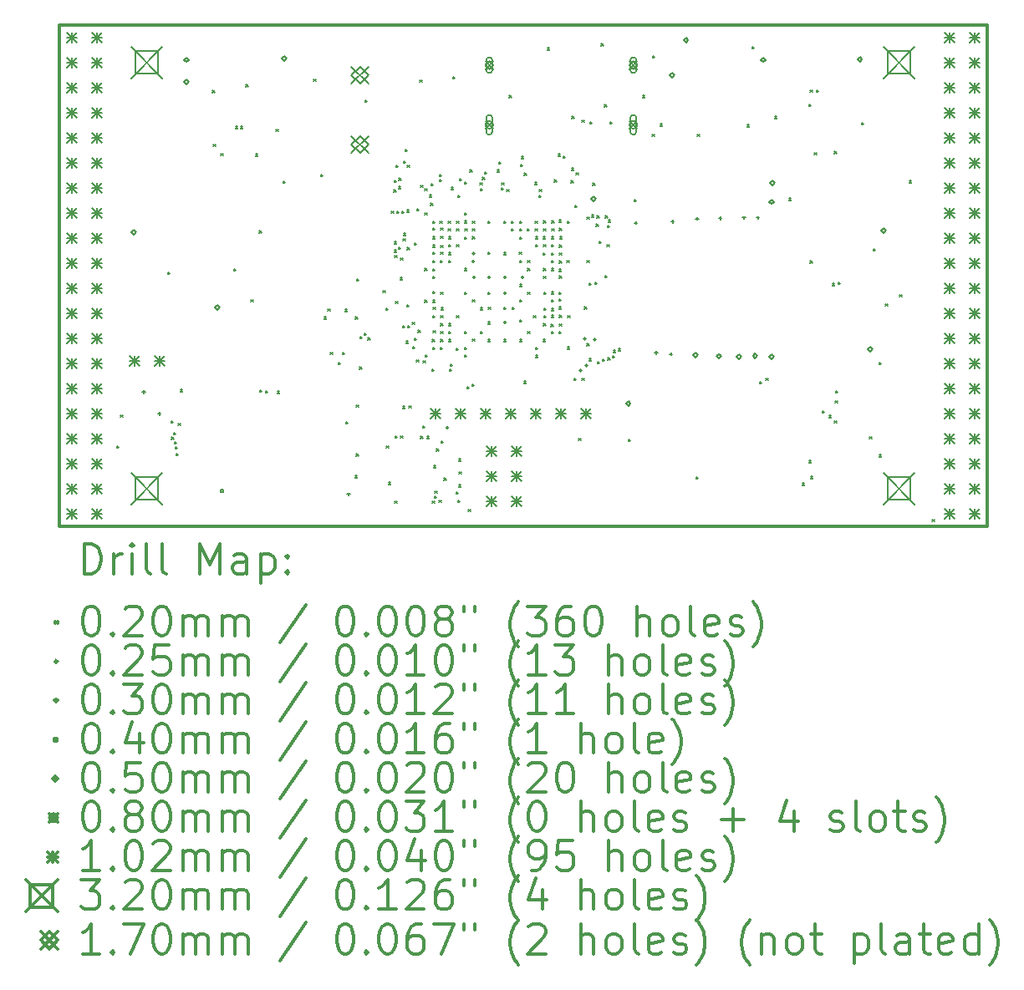
<source format=gbr>
%FSLAX45Y45*%
G04 Gerber Fmt 4.5, Leading zero omitted, Abs format (unit mm)*
G04 Created by KiCad (PCBNEW 4.0.7+dfsg1-1) date Fri Jan 12 15:50:27 2018*
%MOMM*%
%LPD*%
G01*
G04 APERTURE LIST*
%ADD10C,0.127000*%
%ADD11C,0.300000*%
%ADD12C,0.200000*%
G04 APERTURE END LIST*
D10*
D11*
X9410000Y-6142000D02*
X9410000Y-11222000D01*
X18808000Y-6142000D02*
X9410000Y-6142000D01*
X18808000Y-11222000D02*
X18808000Y-6142000D01*
X9410000Y-11222000D02*
X18808000Y-11222000D01*
D12*
X9998000Y-10410000D02*
X10018000Y-10430000D01*
X10018000Y-10410000D02*
X9998000Y-10430000D01*
X10035000Y-10094400D02*
X10055000Y-10114400D01*
X10055000Y-10094400D02*
X10035000Y-10114400D01*
X10514501Y-8649556D02*
X10534501Y-8669556D01*
X10534501Y-8649556D02*
X10514501Y-8669556D01*
X10547276Y-10156132D02*
X10567276Y-10176132D01*
X10567276Y-10156132D02*
X10547276Y-10176132D01*
X10552725Y-10321224D02*
X10572725Y-10341224D01*
X10572725Y-10321224D02*
X10552725Y-10341224D01*
X10571376Y-10271934D02*
X10591376Y-10291934D01*
X10591376Y-10271934D02*
X10571376Y-10291934D01*
X10579560Y-10366582D02*
X10599560Y-10386582D01*
X10599560Y-10366582D02*
X10579560Y-10386582D01*
X10589272Y-10418380D02*
X10609272Y-10438380D01*
X10609272Y-10418380D02*
X10589272Y-10438380D01*
X10598875Y-10487404D02*
X10618875Y-10507404D01*
X10618875Y-10487404D02*
X10598875Y-10507404D01*
X10617613Y-10179347D02*
X10637613Y-10199347D01*
X10637613Y-10179347D02*
X10617613Y-10199347D01*
X10637720Y-9838777D02*
X10657720Y-9858777D01*
X10657720Y-9838777D02*
X10637720Y-9858777D01*
X10966038Y-6807790D02*
X10986038Y-6827790D01*
X10986038Y-6807790D02*
X10966038Y-6827790D01*
X10974000Y-7352000D02*
X10994000Y-7372000D01*
X10994000Y-7352000D02*
X10974000Y-7372000D01*
X11049908Y-7448938D02*
X11069908Y-7468938D01*
X11069908Y-7448938D02*
X11049908Y-7468938D01*
X11179522Y-8615379D02*
X11199522Y-8635379D01*
X11199522Y-8615379D02*
X11179522Y-8635379D01*
X11197485Y-7171053D02*
X11217485Y-7191053D01*
X11217485Y-7171053D02*
X11197485Y-7191053D01*
X11251427Y-7170353D02*
X11271427Y-7190353D01*
X11271427Y-7170353D02*
X11251427Y-7190353D01*
X11305725Y-6746706D02*
X11325725Y-6766706D01*
X11325725Y-6746706D02*
X11305725Y-6766706D01*
X11355800Y-8926000D02*
X11375800Y-8946000D01*
X11375800Y-8926000D02*
X11355800Y-8946000D01*
X11400408Y-7451220D02*
X11420408Y-7471220D01*
X11420408Y-7451220D02*
X11400408Y-7471220D01*
X11441393Y-8230943D02*
X11461393Y-8250943D01*
X11461393Y-8230943D02*
X11441393Y-8250943D01*
X11445497Y-9843422D02*
X11465497Y-9863422D01*
X11465497Y-9843422D02*
X11445497Y-9863422D01*
X11506503Y-9849805D02*
X11526503Y-9869805D01*
X11526503Y-9849805D02*
X11506503Y-9869805D01*
X11609800Y-7198800D02*
X11629800Y-7218800D01*
X11629800Y-7198800D02*
X11609800Y-7218800D01*
X11621253Y-9854592D02*
X11641253Y-9874592D01*
X11641253Y-9854592D02*
X11621253Y-9874592D01*
X11681293Y-7725516D02*
X11701293Y-7745516D01*
X11701293Y-7725516D02*
X11681293Y-7745516D01*
X11990800Y-6690800D02*
X12010800Y-6710800D01*
X12010800Y-6690800D02*
X11990800Y-6710800D01*
X12063993Y-7659408D02*
X12083993Y-7679408D01*
X12083993Y-7659408D02*
X12063993Y-7679408D01*
X12094120Y-9102507D02*
X12114120Y-9122507D01*
X12114120Y-9102507D02*
X12094120Y-9122507D01*
X12133122Y-9021159D02*
X12153122Y-9041159D01*
X12153122Y-9021159D02*
X12133122Y-9041159D01*
X12158748Y-9461825D02*
X12178748Y-9481825D01*
X12178748Y-9461825D02*
X12158748Y-9481825D01*
X12242792Y-9562590D02*
X12262792Y-9582590D01*
X12262792Y-9562590D02*
X12242792Y-9582590D01*
X12283265Y-9462436D02*
X12303265Y-9482436D01*
X12303265Y-9462436D02*
X12283265Y-9482436D01*
X12307399Y-9025927D02*
X12327399Y-9045927D01*
X12327399Y-9025927D02*
X12307399Y-9045927D01*
X12317388Y-10161592D02*
X12337388Y-10181592D01*
X12337388Y-10161592D02*
X12317388Y-10181592D01*
X12410242Y-10710764D02*
X12430242Y-10730764D01*
X12430242Y-10710764D02*
X12410242Y-10730764D01*
X12414068Y-9102020D02*
X12434068Y-9122020D01*
X12434068Y-9102020D02*
X12414068Y-9122020D01*
X12422216Y-10490236D02*
X12442216Y-10510236D01*
X12442216Y-10490236D02*
X12422216Y-10510236D01*
X12422600Y-9992800D02*
X12442600Y-10012800D01*
X12442600Y-9992800D02*
X12422600Y-10012800D01*
X12426118Y-8717437D02*
X12446118Y-8737437D01*
X12446118Y-8717437D02*
X12426118Y-8737437D01*
X12426118Y-8717437D02*
X12446118Y-8737437D01*
X12446118Y-8717437D02*
X12426118Y-8737437D01*
X12456427Y-9609153D02*
X12476427Y-9629153D01*
X12476427Y-9609153D02*
X12456427Y-9629153D01*
X12458109Y-9299376D02*
X12478109Y-9319376D01*
X12478109Y-9299376D02*
X12458109Y-9319376D01*
X12501033Y-9268800D02*
X12521033Y-9288800D01*
X12521033Y-9268800D02*
X12501033Y-9288800D01*
X12509354Y-6905685D02*
X12529354Y-6925685D01*
X12529354Y-6905685D02*
X12509354Y-6925685D01*
X12542510Y-9313676D02*
X12562510Y-9333676D01*
X12562510Y-9313676D02*
X12542510Y-9333676D01*
X12694005Y-8832641D02*
X12714005Y-8852641D01*
X12714005Y-8832641D02*
X12694005Y-8852641D01*
X12720827Y-9012146D02*
X12740827Y-9032146D01*
X12740827Y-9012146D02*
X12720827Y-9032146D01*
X12728568Y-10410367D02*
X12748568Y-10430367D01*
X12748568Y-10410367D02*
X12728568Y-10430367D01*
X12748660Y-10777504D02*
X12768660Y-10797504D01*
X12768660Y-10777504D02*
X12748660Y-10797504D01*
X12778962Y-8030743D02*
X12798962Y-8050743D01*
X12798962Y-8030743D02*
X12778962Y-8050743D01*
X12802557Y-7813365D02*
X12822557Y-7833365D01*
X12822557Y-7813365D02*
X12802557Y-7833365D01*
X12805201Y-7715784D02*
X12825201Y-7735784D01*
X12825201Y-7715784D02*
X12805201Y-7735784D01*
X12806546Y-8340972D02*
X12826546Y-8360972D01*
X12826546Y-8340972D02*
X12806546Y-8360972D01*
X12808202Y-8425374D02*
X12828202Y-8445374D01*
X12828202Y-8425374D02*
X12808202Y-8445374D01*
X12810769Y-8478012D02*
X12830769Y-8498012D01*
X12830769Y-8478012D02*
X12810769Y-8498012D01*
X12811634Y-10966034D02*
X12831634Y-10986034D01*
X12831634Y-10966034D02*
X12811634Y-10986034D01*
X12818000Y-10310000D02*
X12838000Y-10330000D01*
X12838000Y-10310000D02*
X12818000Y-10330000D01*
X12821209Y-8945692D02*
X12841209Y-8965692D01*
X12841209Y-8945692D02*
X12821209Y-8965692D01*
X12823318Y-7566981D02*
X12843318Y-7586981D01*
X12843318Y-7566981D02*
X12823318Y-7586981D01*
X12831658Y-8029985D02*
X12851658Y-8049985D01*
X12851658Y-8029985D02*
X12831658Y-8049985D01*
X12849054Y-7779404D02*
X12869054Y-7799404D01*
X12869054Y-7779404D02*
X12849054Y-7799404D01*
X12852266Y-8396464D02*
X12872266Y-8416464D01*
X12872266Y-8396464D02*
X12852266Y-8416464D01*
X12854493Y-7695003D02*
X12874493Y-7715003D01*
X12874493Y-7695003D02*
X12854493Y-7715003D01*
X12867665Y-8702786D02*
X12887665Y-8722786D01*
X12887665Y-8702786D02*
X12867665Y-8722786D01*
X12870682Y-10308590D02*
X12890682Y-10328590D01*
X12890682Y-10308590D02*
X12870682Y-10328590D01*
X12872311Y-8505356D02*
X12892311Y-8525356D01*
X12892311Y-8505356D02*
X12872311Y-8525356D01*
X12884359Y-8029973D02*
X12904359Y-8049973D01*
X12904359Y-8029973D02*
X12884359Y-8049973D01*
X12890520Y-10007480D02*
X12910520Y-10027480D01*
X12910520Y-10007480D02*
X12890520Y-10027480D01*
X12890672Y-9188599D02*
X12910672Y-9208599D01*
X12910672Y-9188599D02*
X12890672Y-9208599D01*
X12895438Y-8307924D02*
X12915438Y-8327924D01*
X12915438Y-8307924D02*
X12895438Y-8327924D01*
X12900909Y-8255507D02*
X12920909Y-8275507D01*
X12920909Y-8255507D02*
X12900909Y-8275507D01*
X12902508Y-7521580D02*
X12922508Y-7541580D01*
X12922508Y-7521580D02*
X12902508Y-7541580D01*
X12915222Y-7404246D02*
X12935222Y-7424246D01*
X12935222Y-7404246D02*
X12915222Y-7424246D01*
X12926648Y-9347289D02*
X12946648Y-9367289D01*
X12946648Y-9347289D02*
X12926648Y-9367289D01*
X12934924Y-8977393D02*
X12954924Y-8997393D01*
X12954924Y-8977393D02*
X12934924Y-8997393D01*
X12935799Y-8018511D02*
X12955799Y-8038511D01*
X12955799Y-8018511D02*
X12935799Y-8038511D01*
X12938767Y-8397993D02*
X12958767Y-8417993D01*
X12958767Y-8397993D02*
X12938767Y-8417993D01*
X12939334Y-7563781D02*
X12959334Y-7583781D01*
X12959334Y-7563781D02*
X12939334Y-7583781D01*
X12943373Y-9188599D02*
X12963373Y-9208599D01*
X12963373Y-9188599D02*
X12943373Y-9208599D01*
X12956000Y-10005500D02*
X12976000Y-10025500D01*
X12976000Y-10005500D02*
X12956000Y-10025500D01*
X12988324Y-9156898D02*
X13008324Y-9176898D01*
X13008324Y-9156898D02*
X12988324Y-9176898D01*
X12995333Y-9401321D02*
X13015333Y-9421321D01*
X13015333Y-9401321D02*
X12995333Y-9421321D01*
X13010324Y-9319239D02*
X13030324Y-9339239D01*
X13030324Y-9319239D02*
X13010324Y-9339239D01*
X13010463Y-8349948D02*
X13030463Y-8369948D01*
X13030463Y-8349948D02*
X13010463Y-8369948D01*
X13032200Y-9535600D02*
X13052200Y-9555600D01*
X13052200Y-9535600D02*
X13032200Y-9555600D01*
X13038990Y-8006723D02*
X13058990Y-8026723D01*
X13058990Y-8006723D02*
X13038990Y-8026723D01*
X13047873Y-9238544D02*
X13067873Y-9258544D01*
X13067873Y-9238544D02*
X13047873Y-9258544D01*
X13066199Y-6701962D02*
X13086199Y-6721962D01*
X13086199Y-6701962D02*
X13066199Y-6721962D01*
X13073948Y-10310899D02*
X13093948Y-10330899D01*
X13093948Y-10310899D02*
X13073948Y-10330899D01*
X13075683Y-7768682D02*
X13095683Y-7788682D01*
X13095683Y-7768682D02*
X13075683Y-7788682D01*
X13093907Y-10208700D02*
X13113907Y-10228700D01*
X13113907Y-10208700D02*
X13093907Y-10228700D01*
X13098471Y-9546418D02*
X13118471Y-9566418D01*
X13118471Y-9546418D02*
X13098471Y-9566418D01*
X13115313Y-7803422D02*
X13135313Y-7823422D01*
X13135313Y-7803422D02*
X13115313Y-7823422D01*
X13117530Y-8049575D02*
X13137530Y-8069575D01*
X13137530Y-8049575D02*
X13117530Y-8069575D01*
X13117831Y-8611310D02*
X13137831Y-8631310D01*
X13137831Y-8611310D02*
X13117831Y-8631310D01*
X13117950Y-8930733D02*
X13137950Y-8950733D01*
X13137950Y-8930733D02*
X13117950Y-8950733D01*
X13121616Y-9485914D02*
X13141616Y-9505914D01*
X13141616Y-9485914D02*
X13121616Y-9505914D01*
X13135385Y-10310829D02*
X13155385Y-10330829D01*
X13155385Y-10310829D02*
X13135385Y-10330829D01*
X13160933Y-7864587D02*
X13180933Y-7884587D01*
X13180933Y-7864587D02*
X13160933Y-7884587D01*
X13174731Y-7948989D02*
X13194731Y-7968989D01*
X13194731Y-7948989D02*
X13174731Y-7968989D01*
X13182329Y-7748485D02*
X13202329Y-7768485D01*
X13202329Y-7748485D02*
X13182329Y-7768485D01*
X13188633Y-9630479D02*
X13208633Y-9650479D01*
X13208633Y-9630479D02*
X13188633Y-9650479D01*
X13192441Y-10966678D02*
X13212441Y-10986678D01*
X13212441Y-10966678D02*
X13192441Y-10986678D01*
X13193199Y-9330000D02*
X13213199Y-9350000D01*
X13213199Y-9330000D02*
X13193199Y-9350000D01*
X13196210Y-8443398D02*
X13216210Y-8463398D01*
X13216210Y-8443398D02*
X13196210Y-8463398D01*
X13197298Y-8527799D02*
X13217298Y-8547799D01*
X13217298Y-8527799D02*
X13197298Y-8547799D01*
X13197562Y-8931064D02*
X13217562Y-8951064D01*
X13217562Y-8931064D02*
X13197562Y-8951064D01*
X13197734Y-9090201D02*
X13217734Y-9110201D01*
X13217734Y-9090201D02*
X13197734Y-9110201D01*
X13197902Y-8288404D02*
X13217902Y-8308404D01*
X13217902Y-8288404D02*
X13197902Y-8308404D01*
X13198000Y-8130000D02*
X13218000Y-8150000D01*
X13218000Y-8130000D02*
X13198000Y-8150000D01*
X13198000Y-8690000D02*
X13218000Y-8710000D01*
X13218000Y-8690000D02*
X13198000Y-8710000D01*
X13198000Y-9410000D02*
X13218000Y-9430000D01*
X13218000Y-9410000D02*
X13198000Y-9430000D01*
X13198001Y-8200333D02*
X13218001Y-8220333D01*
X13218001Y-8200333D02*
X13198001Y-8220333D01*
X13198303Y-8616041D02*
X13218303Y-8636041D01*
X13218303Y-8616041D02*
X13198303Y-8636041D01*
X13198368Y-8372806D02*
X13218368Y-8392806D01*
X13218368Y-8372806D02*
X13198368Y-8392806D01*
X13198405Y-8845827D02*
X13218405Y-8865827D01*
X13218405Y-8845827D02*
X13198405Y-8865827D01*
X13200000Y-9005799D02*
X13220000Y-9025799D01*
X13220000Y-9005799D02*
X13200000Y-9025799D01*
X13201075Y-9242748D02*
X13221075Y-9262748D01*
X13221075Y-9242748D02*
X13201075Y-9262748D01*
X13206286Y-10608587D02*
X13226286Y-10628587D01*
X13226286Y-10608587D02*
X13206286Y-10628587D01*
X13211973Y-10917729D02*
X13231973Y-10937729D01*
X13231973Y-10917729D02*
X13211973Y-10937729D01*
X13218587Y-10865445D02*
X13238587Y-10885445D01*
X13238587Y-10865445D02*
X13218587Y-10885445D01*
X13236800Y-10440341D02*
X13256800Y-10460341D01*
X13256800Y-10440341D02*
X13236800Y-10460341D01*
X13260800Y-10958000D02*
X13280800Y-10978000D01*
X13280800Y-10958000D02*
X13260800Y-10978000D01*
X13263724Y-7657621D02*
X13283724Y-7677621D01*
X13283724Y-7657621D02*
X13263724Y-7677621D01*
X13266117Y-7710267D02*
X13286117Y-7730267D01*
X13286117Y-7710267D02*
X13266117Y-7730267D01*
X13268334Y-8130000D02*
X13288334Y-8150000D01*
X13288334Y-8130000D02*
X13268334Y-8150000D01*
X13273464Y-8527799D02*
X13293464Y-8547799D01*
X13293464Y-8527799D02*
X13273464Y-8547799D01*
X13274623Y-9409707D02*
X13294623Y-9429707D01*
X13294623Y-9409707D02*
X13274623Y-9429707D01*
X13276300Y-8202454D02*
X13296300Y-8222454D01*
X13296300Y-8202454D02*
X13276300Y-8222454D01*
X13277177Y-8443398D02*
X13297177Y-8463398D01*
X13297177Y-8443398D02*
X13277177Y-8463398D01*
X13277261Y-8286855D02*
X13297261Y-8306855D01*
X13297261Y-8286855D02*
X13277261Y-8306855D01*
X13278000Y-8850000D02*
X13298000Y-8870000D01*
X13298000Y-8850000D02*
X13278000Y-8870000D01*
X13278000Y-9090000D02*
X13298000Y-9110000D01*
X13298000Y-9090000D02*
X13278000Y-9110000D01*
X13278000Y-9170000D02*
X13298000Y-9190000D01*
X13298000Y-9170000D02*
X13278000Y-9190000D01*
X13278000Y-9250000D02*
X13298000Y-9270000D01*
X13298000Y-9250000D02*
X13278000Y-9270000D01*
X13278000Y-9330000D02*
X13298000Y-9350000D01*
X13298000Y-9330000D02*
X13278000Y-9350000D01*
X13278089Y-8379783D02*
X13298089Y-8399784D01*
X13298089Y-8379783D02*
X13278089Y-8399784D01*
X13280000Y-9008000D02*
X13300000Y-9028000D01*
X13300000Y-9008000D02*
X13280000Y-9028000D01*
X13283696Y-10361100D02*
X13303696Y-10381100D01*
X13303696Y-10361100D02*
X13283696Y-10381100D01*
X13311600Y-10736500D02*
X13331600Y-10756500D01*
X13331600Y-10736500D02*
X13311600Y-10756500D01*
X13352736Y-8131468D02*
X13372736Y-8151468D01*
X13372736Y-8131468D02*
X13352736Y-8151468D01*
X13354839Y-8209060D02*
X13374839Y-8229060D01*
X13374839Y-8209060D02*
X13354839Y-8229060D01*
X13357194Y-8449520D02*
X13377194Y-8469520D01*
X13377194Y-8449520D02*
X13357194Y-8469520D01*
X13358000Y-8290000D02*
X13378000Y-8310000D01*
X13378000Y-8290000D02*
X13358000Y-8310000D01*
X13358000Y-8370000D02*
X13378000Y-8390000D01*
X13378000Y-8370000D02*
X13358000Y-8390000D01*
X13358000Y-8530000D02*
X13378000Y-8550000D01*
X13378000Y-8530000D02*
X13358000Y-8550000D01*
X13358000Y-9170000D02*
X13378000Y-9190000D01*
X13378000Y-9170000D02*
X13358000Y-9190000D01*
X13358000Y-9250000D02*
X13378000Y-9270000D01*
X13378000Y-9250000D02*
X13358000Y-9270000D01*
X13358548Y-9330230D02*
X13378548Y-9350230D01*
X13378548Y-9330230D02*
X13358548Y-9350230D01*
X13366285Y-9629515D02*
X13386285Y-9649515D01*
X13386285Y-9629515D02*
X13366285Y-9649515D01*
X13375239Y-9577580D02*
X13395239Y-9597580D01*
X13395239Y-9577580D02*
X13375239Y-9597580D01*
X13384238Y-7788077D02*
X13404238Y-7808077D01*
X13404238Y-7788077D02*
X13384238Y-7808077D01*
X13397916Y-6668615D02*
X13417916Y-6688615D01*
X13417916Y-6668615D02*
X13397916Y-6688615D01*
X13435582Y-9416717D02*
X13455582Y-9436717D01*
X13455582Y-9416717D02*
X13435582Y-9436717D01*
X13436400Y-10874197D02*
X13456400Y-10894197D01*
X13456400Y-10874197D02*
X13436400Y-10894197D01*
X13437137Y-8130675D02*
X13457137Y-8150675D01*
X13457137Y-8130675D02*
X13437137Y-8150675D01*
X13437651Y-8208015D02*
X13457651Y-8228015D01*
X13457651Y-8208015D02*
X13437651Y-8228015D01*
X13438000Y-8370000D02*
X13458000Y-8390000D01*
X13458000Y-8370000D02*
X13438000Y-8390000D01*
X13438000Y-9090000D02*
X13458000Y-9110000D01*
X13458000Y-9090000D02*
X13438000Y-9110000D01*
X13451300Y-7871900D02*
X13471300Y-7891900D01*
X13471300Y-7871900D02*
X13451300Y-7891900D01*
X13453687Y-10961995D02*
X13473687Y-10981995D01*
X13473687Y-10961995D02*
X13453687Y-10981995D01*
X13457587Y-10803159D02*
X13477587Y-10823159D01*
X13477587Y-10803159D02*
X13457587Y-10823159D01*
X13460735Y-10540845D02*
X13480735Y-10560845D01*
X13480735Y-10540845D02*
X13460735Y-10560845D01*
X13465065Y-10671051D02*
X13485065Y-10691051D01*
X13485065Y-10671051D02*
X13465065Y-10691051D01*
X13465805Y-7703014D02*
X13485805Y-7723014D01*
X13485805Y-7703014D02*
X13465805Y-7723014D01*
X13517331Y-8851860D02*
X13537331Y-8871860D01*
X13537331Y-8851860D02*
X13517331Y-8871860D01*
X13518000Y-8292201D02*
X13538000Y-8312201D01*
X13538000Y-8292201D02*
X13518000Y-8312201D01*
X13518000Y-8610000D02*
X13538000Y-8630000D01*
X13538000Y-8610000D02*
X13518000Y-8630000D01*
X13518000Y-9250000D02*
X13538000Y-9270000D01*
X13538000Y-9250000D02*
X13518000Y-9270000D01*
X13518006Y-7736330D02*
X13538006Y-7756330D01*
X13538006Y-7736330D02*
X13518006Y-7756330D01*
X13518128Y-8048312D02*
X13538128Y-8068312D01*
X13538128Y-8048312D02*
X13518128Y-8068312D01*
X13518463Y-9488530D02*
X13538463Y-9508530D01*
X13538463Y-9488530D02*
X13518463Y-9508530D01*
X13518862Y-9412562D02*
X13538862Y-9432562D01*
X13538862Y-9412562D02*
X13518862Y-9432562D01*
X13521538Y-8129192D02*
X13541538Y-8149192D01*
X13541538Y-8129192D02*
X13521538Y-8149192D01*
X13522052Y-8209644D02*
X13542052Y-8229644D01*
X13542052Y-8209644D02*
X13522052Y-8229644D01*
X13541702Y-9806717D02*
X13561702Y-9826717D01*
X13561702Y-9806717D02*
X13541702Y-9826717D01*
X13555656Y-11051071D02*
X13575656Y-11071071D01*
X13575656Y-11051071D02*
X13555656Y-11071071D01*
X13573070Y-7610061D02*
X13593070Y-7630061D01*
X13593070Y-7610061D02*
X13573070Y-7630061D01*
X13592822Y-9782273D02*
X13612822Y-9802273D01*
X13612822Y-9782273D02*
X13592822Y-9802273D01*
X13598000Y-8210000D02*
X13618000Y-8230000D01*
X13618000Y-8210000D02*
X13598000Y-8230000D01*
X13598000Y-8290000D02*
X13618000Y-8310000D01*
X13618000Y-8290000D02*
X13598000Y-8310000D01*
X13598517Y-8929483D02*
X13618517Y-8949483D01*
X13618517Y-8929483D02*
X13598517Y-8949483D01*
X13599596Y-9326965D02*
X13619596Y-9346965D01*
X13619596Y-9326965D02*
X13599596Y-9346965D01*
X13599639Y-8129507D02*
X13619639Y-8149507D01*
X13619639Y-8129507D02*
X13599639Y-8149507D01*
X13675954Y-7745082D02*
X13695954Y-7765082D01*
X13695954Y-7745082D02*
X13675954Y-7765082D01*
X13678000Y-9250000D02*
X13698000Y-9270000D01*
X13698000Y-9250000D02*
X13678000Y-9270000D01*
X13678517Y-9009483D02*
X13698517Y-9029483D01*
X13698517Y-9009483D02*
X13678517Y-9029483D01*
X13682206Y-7799789D02*
X13702206Y-7819789D01*
X13702206Y-7799789D02*
X13682206Y-7819789D01*
X13700695Y-7687992D02*
X13720695Y-7707992D01*
X13720695Y-7687992D02*
X13700695Y-7707992D01*
X13720873Y-7631502D02*
X13740873Y-7651502D01*
X13740873Y-7631502D02*
X13720873Y-7651502D01*
X13755905Y-9153803D02*
X13775905Y-9173803D01*
X13775905Y-9153803D02*
X13755905Y-9173803D01*
X13758000Y-8130000D02*
X13778000Y-8150000D01*
X13778000Y-8130000D02*
X13758000Y-8150000D01*
X13758000Y-8850000D02*
X13778000Y-8870000D01*
X13778000Y-8850000D02*
X13758000Y-8870000D01*
X13758000Y-9330000D02*
X13778000Y-9350000D01*
X13778000Y-9330000D02*
X13758000Y-9350000D01*
X13758056Y-8443409D02*
X13778056Y-8463409D01*
X13778056Y-8443409D02*
X13758056Y-8463409D01*
X13758900Y-9002299D02*
X13778900Y-9022299D01*
X13778900Y-9002299D02*
X13758900Y-9022299D01*
X13848000Y-7610000D02*
X13868000Y-7630000D01*
X13868000Y-7610000D02*
X13848000Y-7630000D01*
X13867920Y-7530076D02*
X13887920Y-7550076D01*
X13887920Y-7530076D02*
X13867920Y-7550076D01*
X13893411Y-7794095D02*
X13913411Y-7814095D01*
X13913411Y-7794095D02*
X13893411Y-7814095D01*
X13894675Y-7741409D02*
X13914675Y-7761409D01*
X13914675Y-7741409D02*
X13894675Y-7761409D01*
X13917252Y-8451135D02*
X13937252Y-8471135D01*
X13937252Y-8451135D02*
X13917252Y-8471135D01*
X13918000Y-8130000D02*
X13938000Y-8150000D01*
X13938000Y-8130000D02*
X13918000Y-8150000D01*
X13918000Y-9002299D02*
X13938000Y-9022299D01*
X13938000Y-9002299D02*
X13918000Y-9022299D01*
X13918000Y-9330000D02*
X13938000Y-9350000D01*
X13938000Y-9330000D02*
X13918000Y-9350000D01*
X13947862Y-7810586D02*
X13967862Y-7830586D01*
X13967862Y-7810586D02*
X13947862Y-7830586D01*
X13972000Y-6856567D02*
X13992000Y-6876567D01*
X13992000Y-6856567D02*
X13972000Y-6876567D01*
X13993095Y-8210000D02*
X14013095Y-8230000D01*
X14013095Y-8210000D02*
X13993095Y-8230000D01*
X13993599Y-8130000D02*
X14013599Y-8150000D01*
X14013599Y-8130000D02*
X13993599Y-8150000D01*
X13999489Y-9002299D02*
X14019489Y-9022299D01*
X14019489Y-9002299D02*
X13999489Y-9022299D01*
X14073600Y-8443400D02*
X14093600Y-8463400D01*
X14093600Y-8443400D02*
X14073600Y-8463400D01*
X14076403Y-8294140D02*
X14096403Y-8314140D01*
X14096403Y-8294140D02*
X14076403Y-8314140D01*
X14077419Y-9133335D02*
X14097419Y-9153335D01*
X14097419Y-9133335D02*
X14077419Y-9153335D01*
X14077497Y-8207716D02*
X14097497Y-8227716D01*
X14097497Y-8207716D02*
X14077497Y-8227716D01*
X14078000Y-8130000D02*
X14098000Y-8150000D01*
X14098000Y-8130000D02*
X14078000Y-8150000D01*
X14078000Y-8530000D02*
X14098000Y-8550000D01*
X14098000Y-8530000D02*
X14078000Y-8550000D01*
X14078000Y-8770000D02*
X14098000Y-8790000D01*
X14098000Y-8770000D02*
X14078000Y-8790000D01*
X14078000Y-8930000D02*
X14098000Y-8950000D01*
X14098000Y-8930000D02*
X14078000Y-8950000D01*
X14078000Y-9330000D02*
X14098000Y-9350000D01*
X14098000Y-9330000D02*
X14078000Y-9350000D01*
X14088006Y-7558194D02*
X14108006Y-7578194D01*
X14108006Y-7558194D02*
X14088006Y-7578194D01*
X14094664Y-7477380D02*
X14114664Y-7497380D01*
X14114664Y-7477380D02*
X14094664Y-7497380D01*
X14118066Y-9754201D02*
X14138066Y-9774201D01*
X14138066Y-9754201D02*
X14118066Y-9774201D01*
X14124297Y-7645500D02*
X14144297Y-7665500D01*
X14144297Y-7645500D02*
X14124297Y-7665500D01*
X14156269Y-8210778D02*
X14176269Y-8230778D01*
X14176269Y-8210778D02*
X14156269Y-8230778D01*
X14158000Y-8530000D02*
X14178000Y-8550000D01*
X14178000Y-8530000D02*
X14158000Y-8550000D01*
X14158000Y-8610000D02*
X14178000Y-8630000D01*
X14178000Y-8610000D02*
X14158000Y-8630000D01*
X14158000Y-8850000D02*
X14178000Y-8870000D01*
X14178000Y-8850000D02*
X14158000Y-8870000D01*
X14158000Y-9250000D02*
X14178000Y-9270000D01*
X14178000Y-9250000D02*
X14158000Y-9270000D01*
X14217799Y-9090000D02*
X14237799Y-9110000D01*
X14237799Y-9090000D02*
X14217799Y-9110000D01*
X14227745Y-7739745D02*
X14247745Y-7759745D01*
X14247745Y-7739745D02*
X14227745Y-7759745D01*
X14233746Y-8208147D02*
X14253746Y-8228147D01*
X14253746Y-8208147D02*
X14233746Y-8228147D01*
X14235691Y-8130580D02*
X14255691Y-8150580D01*
X14255691Y-8130580D02*
X14235691Y-8150580D01*
X14237355Y-8289891D02*
X14257355Y-8309891D01*
X14257355Y-8289891D02*
X14237355Y-8309891D01*
X14238000Y-8370000D02*
X14258000Y-8390000D01*
X14258000Y-8370000D02*
X14238000Y-8390000D01*
X14238000Y-9410000D02*
X14258000Y-9430000D01*
X14258000Y-9410000D02*
X14238000Y-9430000D01*
X14238000Y-9490000D02*
X14258000Y-9510000D01*
X14258000Y-9490000D02*
X14238000Y-9510000D01*
X14274121Y-7868425D02*
X14294121Y-7888425D01*
X14294121Y-7868425D02*
X14274121Y-7888425D01*
X14276427Y-7811737D02*
X14296427Y-7831737D01*
X14296427Y-7811737D02*
X14276427Y-7831737D01*
X14315799Y-8290000D02*
X14335799Y-8310000D01*
X14335799Y-8290000D02*
X14315799Y-8310000D01*
X14316000Y-8452000D02*
X14336000Y-8472000D01*
X14336000Y-8452000D02*
X14316000Y-8472000D01*
X14316969Y-9331491D02*
X14336969Y-9351491D01*
X14336969Y-9331491D02*
X14316969Y-9351491D01*
X14318000Y-8370000D02*
X14338000Y-8390000D01*
X14338000Y-8370000D02*
X14318000Y-8390000D01*
X14318000Y-8690000D02*
X14338000Y-8710000D01*
X14338000Y-8690000D02*
X14318000Y-8710000D01*
X14318000Y-9170000D02*
X14338000Y-9190000D01*
X14338000Y-9170000D02*
X14318000Y-9190000D01*
X14318147Y-8210607D02*
X14338147Y-8230607D01*
X14338147Y-8210607D02*
X14318147Y-8230607D01*
X14320000Y-8612000D02*
X14340000Y-8632000D01*
X14340000Y-8612000D02*
X14320000Y-8632000D01*
X14320092Y-8127729D02*
X14340092Y-8147729D01*
X14340092Y-8127729D02*
X14320092Y-8147729D01*
X14322201Y-8849503D02*
X14342201Y-8869503D01*
X14342201Y-8849503D02*
X14322201Y-8869503D01*
X14322201Y-9010195D02*
X14342201Y-9030195D01*
X14342201Y-9010195D02*
X14322201Y-9030195D01*
X14322201Y-9090066D02*
X14342201Y-9110066D01*
X14342201Y-9090066D02*
X14322201Y-9110066D01*
X14355067Y-6376252D02*
X14375067Y-6396252D01*
X14375067Y-6376252D02*
X14355067Y-6396252D01*
X14396483Y-9177765D02*
X14416483Y-9197765D01*
X14416483Y-9177765D02*
X14396483Y-9197765D01*
X14397624Y-8929530D02*
X14417624Y-8949530D01*
X14417624Y-8929530D02*
X14397624Y-8949530D01*
X14397701Y-9016697D02*
X14417701Y-9036697D01*
X14417701Y-9016697D02*
X14397701Y-9036697D01*
X14398000Y-8610000D02*
X14418000Y-8630000D01*
X14418000Y-8610000D02*
X14398000Y-8630000D01*
X14398000Y-9085650D02*
X14418000Y-9105650D01*
X14418000Y-9085650D02*
X14398000Y-9105650D01*
X14398283Y-8848451D02*
X14418283Y-8868451D01*
X14418283Y-8848451D02*
X14398283Y-8868451D01*
X14400201Y-8290000D02*
X14420201Y-8310000D01*
X14420201Y-8290000D02*
X14400201Y-8310000D01*
X14400201Y-8529722D02*
X14420201Y-8549722D01*
X14420201Y-8529722D02*
X14400201Y-8549722D01*
X14400319Y-8367799D02*
X14420319Y-8387799D01*
X14420319Y-8367799D02*
X14400319Y-8387799D01*
X14400350Y-8456040D02*
X14420350Y-8476040D01*
X14420350Y-8456040D02*
X14400350Y-8476040D01*
X14401325Y-9248876D02*
X14421325Y-9268876D01*
X14421325Y-9248876D02*
X14401325Y-9268876D01*
X14402549Y-8208647D02*
X14422549Y-8228647D01*
X14422549Y-8208647D02*
X14402549Y-8228647D01*
X14404493Y-8128708D02*
X14424493Y-8148708D01*
X14424493Y-8128708D02*
X14404493Y-8148708D01*
X14429487Y-7711993D02*
X14449487Y-7731993D01*
X14449487Y-7711993D02*
X14429487Y-7731993D01*
X14468000Y-7449038D02*
X14488000Y-7469038D01*
X14488000Y-7449038D02*
X14468000Y-7469038D01*
X14475581Y-8916848D02*
X14495581Y-8936848D01*
X14495581Y-8916848D02*
X14475581Y-8936848D01*
X14476724Y-9001248D02*
X14496724Y-9021248D01*
X14496724Y-9001248D02*
X14476724Y-9021248D01*
X14477515Y-8619275D02*
X14497515Y-8639275D01*
X14497515Y-8619275D02*
X14477515Y-8639275D01*
X14477765Y-8852201D02*
X14497765Y-8872201D01*
X14497765Y-8852201D02*
X14477765Y-8872201D01*
X14478001Y-8120333D02*
X14498001Y-8140333D01*
X14498001Y-8120333D02*
X14478001Y-8140333D01*
X14478235Y-9247799D02*
X14498235Y-9267799D01*
X14498235Y-9247799D02*
X14478235Y-9267799D01*
X14478812Y-8204734D02*
X14498812Y-8224734D01*
X14498812Y-8204734D02*
X14478812Y-8224734D01*
X14478935Y-8534874D02*
X14498935Y-8554874D01*
X14498935Y-8534874D02*
X14478935Y-8554874D01*
X14479432Y-8687756D02*
X14499432Y-8707756D01*
X14499432Y-8687756D02*
X14479432Y-8707756D01*
X14479670Y-8373537D02*
X14499670Y-8393537D01*
X14499670Y-8373537D02*
X14479670Y-8393537D01*
X14480000Y-9172000D02*
X14500000Y-9192000D01*
X14500000Y-9172000D02*
X14480000Y-9192000D01*
X14480294Y-9085650D02*
X14500294Y-9105650D01*
X14500294Y-9085650D02*
X14480294Y-9105650D01*
X14481241Y-8453582D02*
X14501241Y-8473582D01*
X14501241Y-8453582D02*
X14481241Y-8473582D01*
X14481689Y-8289136D02*
X14501689Y-8309136D01*
X14501689Y-8289136D02*
X14481689Y-8309136D01*
X14515569Y-7471722D02*
X14535569Y-7491722D01*
X14535569Y-7471722D02*
X14515569Y-7491722D01*
X14557281Y-8529606D02*
X14577281Y-8549606D01*
X14577281Y-8529606D02*
X14557281Y-8549606D01*
X14558000Y-8130512D02*
X14578000Y-8150512D01*
X14578000Y-8130512D02*
X14558000Y-8150512D01*
X14559124Y-9406675D02*
X14579124Y-9426675D01*
X14579124Y-9406675D02*
X14559124Y-9426675D01*
X14565987Y-9091018D02*
X14585987Y-9111018D01*
X14585987Y-9091018D02*
X14565987Y-9111018D01*
X14598908Y-7720057D02*
X14618908Y-7740057D01*
X14618908Y-7720057D02*
X14598908Y-7740057D01*
X14603080Y-7596013D02*
X14623080Y-7616013D01*
X14623080Y-7596013D02*
X14603080Y-7616013D01*
X14608000Y-7070000D02*
X14628000Y-7090000D01*
X14628000Y-7070000D02*
X14608000Y-7090000D01*
X14629479Y-9723392D02*
X14649479Y-9743392D01*
X14649479Y-9723392D02*
X14629479Y-9743392D01*
X14638141Y-7971938D02*
X14658141Y-7991938D01*
X14658141Y-7971938D02*
X14638141Y-7991938D01*
X14647773Y-7640082D02*
X14667773Y-7660082D01*
X14667773Y-7640082D02*
X14647773Y-7660082D01*
X14674429Y-10335274D02*
X14694429Y-10355274D01*
X14694429Y-10335274D02*
X14674429Y-10355274D01*
X14707598Y-9723392D02*
X14727598Y-9743392D01*
X14727598Y-9723392D02*
X14707598Y-9743392D01*
X14708600Y-7110000D02*
X14728600Y-7130000D01*
X14728600Y-7110000D02*
X14708600Y-7130000D01*
X14733095Y-9001248D02*
X14753095Y-9021248D01*
X14753095Y-9001248D02*
X14733095Y-9021248D01*
X14758739Y-8527409D02*
X14778739Y-8547409D01*
X14778739Y-8527409D02*
X14758739Y-8547409D01*
X14758831Y-8088311D02*
X14778831Y-8108311D01*
X14778831Y-8088311D02*
X14758831Y-8108311D01*
X14760000Y-9372000D02*
X14780000Y-9392000D01*
X14780000Y-9372000D02*
X14760000Y-9392000D01*
X14781079Y-8758342D02*
X14801079Y-8778342D01*
X14801079Y-8758342D02*
X14781079Y-8778342D01*
X14782886Y-9523902D02*
X14802886Y-9543902D01*
X14802886Y-9523902D02*
X14782886Y-9543902D01*
X14788315Y-7124708D02*
X14808315Y-7144708D01*
X14808315Y-7124708D02*
X14788315Y-7144708D01*
X14807525Y-8068155D02*
X14827525Y-8088155D01*
X14827525Y-8068155D02*
X14807525Y-8088155D01*
X14817193Y-7745807D02*
X14837193Y-7765807D01*
X14837193Y-7745807D02*
X14817193Y-7765807D01*
X14838354Y-8750817D02*
X14858354Y-8770817D01*
X14858354Y-8750817D02*
X14838354Y-8770817D01*
X14851066Y-8160586D02*
X14871066Y-8180586D01*
X14871066Y-8160586D02*
X14851066Y-8180586D01*
X14859611Y-8076185D02*
X14879611Y-8096185D01*
X14879611Y-8076185D02*
X14859611Y-8096185D01*
X14864798Y-9556963D02*
X14884798Y-9576963D01*
X14884798Y-9556963D02*
X14864798Y-9576963D01*
X14882151Y-8334201D02*
X14902151Y-8354201D01*
X14902151Y-8334201D02*
X14882151Y-8354201D01*
X14903412Y-6332405D02*
X14923412Y-6352405D01*
X14923412Y-6332405D02*
X14903412Y-6352405D01*
X14918439Y-9527799D02*
X14938439Y-9547799D01*
X14938439Y-9527799D02*
X14918439Y-9547799D01*
X14937595Y-6951968D02*
X14957595Y-6971968D01*
X14957595Y-6951968D02*
X14937595Y-6971968D01*
X14943392Y-8680994D02*
X14963392Y-8700994D01*
X14963392Y-8680994D02*
X14943392Y-8700994D01*
X14944975Y-8076843D02*
X14964975Y-8096843D01*
X14964975Y-8076843D02*
X14944975Y-8096843D01*
X14963249Y-8370769D02*
X14983249Y-8390769D01*
X14983249Y-8370769D02*
X14963249Y-8390769D01*
X14967169Y-8172566D02*
X14987169Y-8192566D01*
X14987169Y-8172566D02*
X14967169Y-8192566D01*
X14969589Y-9515108D02*
X14989589Y-9535108D01*
X14989589Y-9515108D02*
X14969589Y-9535108D01*
X14974647Y-8120398D02*
X14994647Y-8140398D01*
X14994647Y-8120398D02*
X14974647Y-8140398D01*
X14993085Y-7123185D02*
X15013085Y-7143185D01*
X15013085Y-7123185D02*
X14993085Y-7143185D01*
X15017890Y-9494025D02*
X15037890Y-9514025D01*
X15037890Y-9494025D02*
X15017890Y-9514025D01*
X15024597Y-9441753D02*
X15044597Y-9461753D01*
X15044597Y-9441753D02*
X15024597Y-9461753D01*
X15078921Y-9423257D02*
X15098921Y-9443257D01*
X15098921Y-9423257D02*
X15078921Y-9443257D01*
X15179638Y-10341072D02*
X15199638Y-10361072D01*
X15199638Y-10341072D02*
X15179638Y-10361072D01*
X15239707Y-7909347D02*
X15259707Y-7929347D01*
X15259707Y-7909347D02*
X15239707Y-7929347D01*
X15319711Y-6856567D02*
X15339711Y-6876567D01*
X15339711Y-6856567D02*
X15319711Y-6876567D01*
X15419800Y-7249600D02*
X15439800Y-7269600D01*
X15439800Y-7249600D02*
X15419800Y-7269600D01*
X15422933Y-6454377D02*
X15442933Y-6474377D01*
X15442933Y-6454377D02*
X15422933Y-6474377D01*
X15501528Y-7146346D02*
X15521528Y-7166346D01*
X15521528Y-7146346D02*
X15501528Y-7166346D01*
X15861665Y-10722518D02*
X15881665Y-10742518D01*
X15881665Y-10722518D02*
X15861665Y-10742518D01*
X15877000Y-7249600D02*
X15897000Y-7269600D01*
X15897000Y-7249600D02*
X15877000Y-7269600D01*
X16380885Y-7155186D02*
X16400885Y-7175186D01*
X16400885Y-7155186D02*
X16380885Y-7175186D01*
X16433388Y-6363745D02*
X16453388Y-6383745D01*
X16453388Y-6363745D02*
X16433388Y-6383745D01*
X16507059Y-9756632D02*
X16527059Y-9776632D01*
X16527059Y-9756632D02*
X16507059Y-9776632D01*
X16570337Y-9724488D02*
X16590337Y-9744488D01*
X16590337Y-9724488D02*
X16570337Y-9744488D01*
X16657891Y-7070355D02*
X16677891Y-7090355D01*
X16677891Y-7070355D02*
X16657891Y-7090355D01*
X16806644Y-7900804D02*
X16826644Y-7920804D01*
X16826644Y-7900804D02*
X16806644Y-7920804D01*
X16940659Y-10785373D02*
X16960659Y-10805373D01*
X16960659Y-10785373D02*
X16940659Y-10805373D01*
X17005773Y-10556635D02*
X17025773Y-10576635D01*
X17025773Y-10556635D02*
X17005773Y-10576635D01*
X17008296Y-6947101D02*
X17028296Y-6967101D01*
X17028296Y-6947101D02*
X17008296Y-6967101D01*
X17020000Y-6805100D02*
X17040000Y-6825100D01*
X17040000Y-6805100D02*
X17020000Y-6825100D01*
X17020954Y-8534153D02*
X17040954Y-8554153D01*
X17040954Y-8534153D02*
X17020954Y-8554153D01*
X17026290Y-10718620D02*
X17046290Y-10738620D01*
X17046290Y-10718620D02*
X17026290Y-10738620D01*
X17063590Y-7436498D02*
X17083590Y-7456498D01*
X17083590Y-7436498D02*
X17063590Y-7456498D01*
X17085000Y-6802556D02*
X17105000Y-6822556D01*
X17105000Y-6802556D02*
X17085000Y-6822556D01*
X17144030Y-10054574D02*
X17164030Y-10074574D01*
X17164030Y-10054574D02*
X17144030Y-10074574D01*
X17209336Y-10100566D02*
X17229336Y-10120566D01*
X17229336Y-10100566D02*
X17209336Y-10120566D01*
X17246454Y-8762201D02*
X17266454Y-8782201D01*
X17266454Y-8762201D02*
X17246454Y-8782201D01*
X17264664Y-7424799D02*
X17284664Y-7444799D01*
X17284664Y-7424799D02*
X17264664Y-7444799D01*
X17266127Y-10155168D02*
X17286127Y-10175168D01*
X17286127Y-10155168D02*
X17266127Y-10175168D01*
X17273463Y-9949992D02*
X17293463Y-9969992D01*
X17293463Y-9949992D02*
X17273463Y-9969992D01*
X17277992Y-9851865D02*
X17297992Y-9871865D01*
X17297992Y-9851865D02*
X17277992Y-9871865D01*
X17303795Y-8749428D02*
X17323795Y-8769428D01*
X17323795Y-8749428D02*
X17303795Y-8769428D01*
X17539563Y-7135743D02*
X17559563Y-7155743D01*
X17559563Y-7135743D02*
X17539563Y-7155743D01*
X17620559Y-10317981D02*
X17640559Y-10337981D01*
X17640559Y-10317981D02*
X17620559Y-10337981D01*
X17660000Y-8412000D02*
X17680000Y-8432000D01*
X17680000Y-8412000D02*
X17660000Y-8432000D01*
X17717400Y-10497912D02*
X17737400Y-10517912D01*
X17737400Y-10497912D02*
X17717400Y-10517912D01*
X17718500Y-9561000D02*
X17738500Y-9581000D01*
X17738500Y-9561000D02*
X17718500Y-9581000D01*
X17782698Y-8971206D02*
X17802698Y-8991206D01*
X17802698Y-8971206D02*
X17782698Y-8991206D01*
X17925151Y-8876833D02*
X17945151Y-8896833D01*
X17945151Y-8876833D02*
X17925151Y-8896833D01*
X18024078Y-7721693D02*
X18044078Y-7741693D01*
X18044078Y-7721693D02*
X18024078Y-7741693D01*
X18257515Y-11153763D02*
X18277515Y-11173763D01*
X18277515Y-11153763D02*
X18257515Y-11173763D01*
X13357629Y-10223262D02*
G75*
G03X13357629Y-10223262I-12700J0D01*
G01*
X13620700Y-8460000D02*
G75*
G03X13620700Y-8460000I-12700J0D01*
G01*
X13620700Y-8540000D02*
G75*
G03X13620700Y-8540000I-12700J0D01*
G01*
X13623799Y-8699540D02*
G75*
G03X13623799Y-8699540I-12700J0D01*
G01*
X13780700Y-8700000D02*
G75*
G03X13780700Y-8700000I-12700J0D01*
G01*
X13939164Y-9161521D02*
G75*
G03X13939164Y-9161521I-12700J0D01*
G01*
X13940700Y-8700000D02*
G75*
G03X13940700Y-8700000I-12700J0D01*
G01*
X13940700Y-8860000D02*
G75*
G03X13940700Y-8860000I-12700J0D01*
G01*
X14116986Y-8699500D02*
G75*
G03X14116986Y-8699500I-12700J0D01*
G01*
X14706928Y-9645206D02*
G75*
G03X14706928Y-9645206I-12700J0D01*
G01*
X14747089Y-9321713D02*
G75*
G03X14747089Y-9321713I-12700J0D01*
G01*
X14766147Y-9591326D02*
G75*
G03X14766147Y-9591326I-12700J0D01*
G01*
X14847601Y-9332231D02*
G75*
G03X14847601Y-9332231I-12700J0D01*
G01*
X10271005Y-9844495D02*
X10271005Y-9874495D01*
X10256005Y-9859495D02*
X10286005Y-9859495D01*
X10426000Y-10064000D02*
X10426000Y-10094000D01*
X10411000Y-10079000D02*
X10441000Y-10079000D01*
X12343700Y-10882200D02*
X12343700Y-10912200D01*
X12328700Y-10897200D02*
X12358700Y-10897200D01*
X15252594Y-8131387D02*
X15252594Y-8161387D01*
X15237594Y-8146387D02*
X15267594Y-8146387D01*
X15459390Y-9445795D02*
X15459390Y-9475795D01*
X15444390Y-9460795D02*
X15474390Y-9460795D01*
X15608824Y-9461298D02*
X15608824Y-9491298D01*
X15593824Y-9476298D02*
X15623824Y-9476298D01*
X15626277Y-8119937D02*
X15626277Y-8149937D01*
X15611277Y-8134937D02*
X15641277Y-8134937D01*
X15873113Y-8089893D02*
X15873113Y-8119893D01*
X15858113Y-8104893D02*
X15888113Y-8104893D01*
X16107576Y-8084202D02*
X16107576Y-8114202D01*
X16092576Y-8099202D02*
X16122576Y-8099202D01*
X16346298Y-8079243D02*
X16346298Y-8109243D01*
X16331298Y-8094243D02*
X16361298Y-8094243D01*
X16488287Y-8078899D02*
X16488287Y-8108899D01*
X16473287Y-8093899D02*
X16503287Y-8093899D01*
X11073534Y-10877788D02*
X11073534Y-10849504D01*
X11045249Y-10849504D01*
X11045249Y-10877788D01*
X11073534Y-10877788D01*
X10170789Y-8267318D02*
X10195789Y-8242318D01*
X10170789Y-8217318D01*
X10145789Y-8242318D01*
X10170789Y-8267318D01*
X10697481Y-6520397D02*
X10722481Y-6495397D01*
X10697481Y-6470397D01*
X10672481Y-6495397D01*
X10697481Y-6520397D01*
X10702149Y-6747812D02*
X10727149Y-6722812D01*
X10702149Y-6697812D01*
X10677149Y-6722812D01*
X10702149Y-6747812D01*
X11012889Y-9027815D02*
X11037889Y-9002815D01*
X11012889Y-8977815D01*
X10987889Y-9002815D01*
X11012889Y-9027815D01*
X11688050Y-6505294D02*
X11713050Y-6480294D01*
X11688050Y-6455294D01*
X11663050Y-6480294D01*
X11688050Y-6505294D01*
X14823746Y-7926909D02*
X14848746Y-7901909D01*
X14823746Y-7876909D01*
X14798746Y-7901909D01*
X14823746Y-7926909D01*
X15175800Y-10002400D02*
X15200800Y-9977400D01*
X15175800Y-9952400D01*
X15150800Y-9977400D01*
X15175800Y-10002400D01*
X15623558Y-6679836D02*
X15648558Y-6654836D01*
X15623558Y-6629836D01*
X15598558Y-6654836D01*
X15623558Y-6679836D01*
X15760000Y-6319400D02*
X15785000Y-6294400D01*
X15760000Y-6269400D01*
X15735000Y-6294400D01*
X15760000Y-6319400D01*
X15853999Y-9511877D02*
X15878999Y-9486877D01*
X15853999Y-9461877D01*
X15828999Y-9486877D01*
X15853999Y-9511877D01*
X16090540Y-9525644D02*
X16115540Y-9500644D01*
X16090540Y-9475644D01*
X16065540Y-9500644D01*
X16090540Y-9525644D01*
X16295610Y-9532849D02*
X16320610Y-9507849D01*
X16295610Y-9482849D01*
X16270610Y-9507849D01*
X16295610Y-9532849D01*
X16462573Y-9523247D02*
X16487573Y-9498247D01*
X16462573Y-9473247D01*
X16437573Y-9498247D01*
X16462573Y-9523247D01*
X16541725Y-6520467D02*
X16566725Y-6495467D01*
X16541725Y-6470467D01*
X16516725Y-6495467D01*
X16541725Y-6520467D01*
X16624896Y-7959841D02*
X16649896Y-7934841D01*
X16624896Y-7909841D01*
X16599896Y-7934841D01*
X16624896Y-7959841D01*
X16628469Y-9527515D02*
X16653469Y-9502515D01*
X16628469Y-9477515D01*
X16603469Y-9502515D01*
X16628469Y-9527515D01*
X16634336Y-7772799D02*
X16659336Y-7747799D01*
X16634336Y-7722799D01*
X16609336Y-7747799D01*
X16634336Y-7772799D01*
X17521033Y-6519894D02*
X17546033Y-6494894D01*
X17521033Y-6469894D01*
X17496033Y-6494894D01*
X17521033Y-6519894D01*
X17625494Y-9453846D02*
X17650494Y-9428846D01*
X17625494Y-9403846D01*
X17600494Y-9428846D01*
X17625494Y-9453846D01*
X17765844Y-8253135D02*
X17790844Y-8228135D01*
X17765844Y-8203135D01*
X17740844Y-8228135D01*
X17765844Y-8253135D01*
X13728000Y-6510000D02*
X13808000Y-6590000D01*
X13808000Y-6510000D02*
X13728000Y-6590000D01*
X13808000Y-6550000D02*
G75*
G03X13808000Y-6550000I-40000J0D01*
G01*
X13738000Y-6500000D02*
X13738000Y-6600000D01*
X13798000Y-6500000D02*
X13798000Y-6600000D01*
X13738000Y-6600000D02*
G75*
G03X13798000Y-6600000I30000J0D01*
G01*
X13798000Y-6500000D02*
G75*
G03X13738000Y-6500000I-30000J0D01*
G01*
X13728000Y-7115000D02*
X13808000Y-7195000D01*
X13808000Y-7115000D02*
X13728000Y-7195000D01*
X13808000Y-7155000D02*
G75*
G03X13808000Y-7155000I-40000J0D01*
G01*
X13738000Y-7085000D02*
X13738000Y-7225000D01*
X13798000Y-7085000D02*
X13798000Y-7225000D01*
X13738000Y-7225000D02*
G75*
G03X13798000Y-7225000I30000J0D01*
G01*
X13798000Y-7085000D02*
G75*
G03X13738000Y-7085000I-30000J0D01*
G01*
X15188000Y-6510000D02*
X15268000Y-6590000D01*
X15268000Y-6510000D02*
X15188000Y-6590000D01*
X15268000Y-6550000D02*
G75*
G03X15268000Y-6550000I-40000J0D01*
G01*
X15198000Y-6500000D02*
X15198000Y-6600000D01*
X15258000Y-6500000D02*
X15258000Y-6600000D01*
X15198000Y-6600000D02*
G75*
G03X15258000Y-6600000I30000J0D01*
G01*
X15258000Y-6500000D02*
G75*
G03X15198000Y-6500000I-30000J0D01*
G01*
X15188000Y-7115000D02*
X15268000Y-7195000D01*
X15268000Y-7115000D02*
X15188000Y-7195000D01*
X15268000Y-7155000D02*
G75*
G03X15268000Y-7155000I-40000J0D01*
G01*
X15198000Y-7085000D02*
X15198000Y-7225000D01*
X15258000Y-7085000D02*
X15258000Y-7225000D01*
X15198000Y-7225000D02*
G75*
G03X15258000Y-7225000I30000J0D01*
G01*
X15258000Y-7085000D02*
G75*
G03X15198000Y-7085000I-30000J0D01*
G01*
X9486200Y-6218200D02*
X9587800Y-6319800D01*
X9587800Y-6218200D02*
X9486200Y-6319800D01*
X9537000Y-6218200D02*
X9537000Y-6319800D01*
X9486200Y-6269000D02*
X9587800Y-6269000D01*
X9486200Y-6472200D02*
X9587800Y-6573800D01*
X9587800Y-6472200D02*
X9486200Y-6573800D01*
X9537000Y-6472200D02*
X9537000Y-6573800D01*
X9486200Y-6523000D02*
X9587800Y-6523000D01*
X9486200Y-6726200D02*
X9587800Y-6827800D01*
X9587800Y-6726200D02*
X9486200Y-6827800D01*
X9537000Y-6726200D02*
X9537000Y-6827800D01*
X9486200Y-6777000D02*
X9587800Y-6777000D01*
X9486200Y-6980200D02*
X9587800Y-7081800D01*
X9587800Y-6980200D02*
X9486200Y-7081800D01*
X9537000Y-6980200D02*
X9537000Y-7081800D01*
X9486200Y-7031000D02*
X9587800Y-7031000D01*
X9486200Y-7234200D02*
X9587800Y-7335800D01*
X9587800Y-7234200D02*
X9486200Y-7335800D01*
X9537000Y-7234200D02*
X9537000Y-7335800D01*
X9486200Y-7285000D02*
X9587800Y-7285000D01*
X9486200Y-7488200D02*
X9587800Y-7589800D01*
X9587800Y-7488200D02*
X9486200Y-7589800D01*
X9537000Y-7488200D02*
X9537000Y-7589800D01*
X9486200Y-7539000D02*
X9587800Y-7539000D01*
X9486200Y-7742200D02*
X9587800Y-7843800D01*
X9587800Y-7742200D02*
X9486200Y-7843800D01*
X9537000Y-7742200D02*
X9537000Y-7843800D01*
X9486200Y-7793000D02*
X9587800Y-7793000D01*
X9486200Y-7996200D02*
X9587800Y-8097800D01*
X9587800Y-7996200D02*
X9486200Y-8097800D01*
X9537000Y-7996200D02*
X9537000Y-8097800D01*
X9486200Y-8047000D02*
X9587800Y-8047000D01*
X9486200Y-8250200D02*
X9587800Y-8351800D01*
X9587800Y-8250200D02*
X9486200Y-8351800D01*
X9537000Y-8250200D02*
X9537000Y-8351800D01*
X9486200Y-8301000D02*
X9587800Y-8301000D01*
X9486200Y-8504200D02*
X9587800Y-8605800D01*
X9587800Y-8504200D02*
X9486200Y-8605800D01*
X9537000Y-8504200D02*
X9537000Y-8605800D01*
X9486200Y-8555000D02*
X9587800Y-8555000D01*
X9486200Y-8758200D02*
X9587800Y-8859800D01*
X9587800Y-8758200D02*
X9486200Y-8859800D01*
X9537000Y-8758200D02*
X9537000Y-8859800D01*
X9486200Y-8809000D02*
X9587800Y-8809000D01*
X9486200Y-9012200D02*
X9587800Y-9113800D01*
X9587800Y-9012200D02*
X9486200Y-9113800D01*
X9537000Y-9012200D02*
X9537000Y-9113800D01*
X9486200Y-9063000D02*
X9587800Y-9063000D01*
X9486200Y-9266200D02*
X9587800Y-9367800D01*
X9587800Y-9266200D02*
X9486200Y-9367800D01*
X9537000Y-9266200D02*
X9537000Y-9367800D01*
X9486200Y-9317000D02*
X9587800Y-9317000D01*
X9486200Y-9520200D02*
X9587800Y-9621800D01*
X9587800Y-9520200D02*
X9486200Y-9621800D01*
X9537000Y-9520200D02*
X9537000Y-9621800D01*
X9486200Y-9571000D02*
X9587800Y-9571000D01*
X9486200Y-9774200D02*
X9587800Y-9875800D01*
X9587800Y-9774200D02*
X9486200Y-9875800D01*
X9537000Y-9774200D02*
X9537000Y-9875800D01*
X9486200Y-9825000D02*
X9587800Y-9825000D01*
X9486200Y-10028200D02*
X9587800Y-10129800D01*
X9587800Y-10028200D02*
X9486200Y-10129800D01*
X9537000Y-10028200D02*
X9537000Y-10129800D01*
X9486200Y-10079000D02*
X9587800Y-10079000D01*
X9486200Y-10282200D02*
X9587800Y-10383800D01*
X9587800Y-10282200D02*
X9486200Y-10383800D01*
X9537000Y-10282200D02*
X9537000Y-10383800D01*
X9486200Y-10333000D02*
X9587800Y-10333000D01*
X9486200Y-10536200D02*
X9587800Y-10637800D01*
X9587800Y-10536200D02*
X9486200Y-10637800D01*
X9537000Y-10536200D02*
X9537000Y-10637800D01*
X9486200Y-10587000D02*
X9587800Y-10587000D01*
X9486200Y-10790200D02*
X9587800Y-10891800D01*
X9587800Y-10790200D02*
X9486200Y-10891800D01*
X9537000Y-10790200D02*
X9537000Y-10891800D01*
X9486200Y-10841000D02*
X9587800Y-10841000D01*
X9486200Y-11044200D02*
X9587800Y-11145800D01*
X9587800Y-11044200D02*
X9486200Y-11145800D01*
X9537000Y-11044200D02*
X9537000Y-11145800D01*
X9486200Y-11095000D02*
X9587800Y-11095000D01*
X9740200Y-6218200D02*
X9841800Y-6319800D01*
X9841800Y-6218200D02*
X9740200Y-6319800D01*
X9791000Y-6218200D02*
X9791000Y-6319800D01*
X9740200Y-6269000D02*
X9841800Y-6269000D01*
X9740200Y-6472200D02*
X9841800Y-6573800D01*
X9841800Y-6472200D02*
X9740200Y-6573800D01*
X9791000Y-6472200D02*
X9791000Y-6573800D01*
X9740200Y-6523000D02*
X9841800Y-6523000D01*
X9740200Y-6726200D02*
X9841800Y-6827800D01*
X9841800Y-6726200D02*
X9740200Y-6827800D01*
X9791000Y-6726200D02*
X9791000Y-6827800D01*
X9740200Y-6777000D02*
X9841800Y-6777000D01*
X9740200Y-6980200D02*
X9841800Y-7081800D01*
X9841800Y-6980200D02*
X9740200Y-7081800D01*
X9791000Y-6980200D02*
X9791000Y-7081800D01*
X9740200Y-7031000D02*
X9841800Y-7031000D01*
X9740200Y-7234200D02*
X9841800Y-7335800D01*
X9841800Y-7234200D02*
X9740200Y-7335800D01*
X9791000Y-7234200D02*
X9791000Y-7335800D01*
X9740200Y-7285000D02*
X9841800Y-7285000D01*
X9740200Y-7488200D02*
X9841800Y-7589800D01*
X9841800Y-7488200D02*
X9740200Y-7589800D01*
X9791000Y-7488200D02*
X9791000Y-7589800D01*
X9740200Y-7539000D02*
X9841800Y-7539000D01*
X9740200Y-7742200D02*
X9841800Y-7843800D01*
X9841800Y-7742200D02*
X9740200Y-7843800D01*
X9791000Y-7742200D02*
X9791000Y-7843800D01*
X9740200Y-7793000D02*
X9841800Y-7793000D01*
X9740200Y-7996200D02*
X9841800Y-8097800D01*
X9841800Y-7996200D02*
X9740200Y-8097800D01*
X9791000Y-7996200D02*
X9791000Y-8097800D01*
X9740200Y-8047000D02*
X9841800Y-8047000D01*
X9740200Y-8250200D02*
X9841800Y-8351800D01*
X9841800Y-8250200D02*
X9740200Y-8351800D01*
X9791000Y-8250200D02*
X9791000Y-8351800D01*
X9740200Y-8301000D02*
X9841800Y-8301000D01*
X9740200Y-8504200D02*
X9841800Y-8605800D01*
X9841800Y-8504200D02*
X9740200Y-8605800D01*
X9791000Y-8504200D02*
X9791000Y-8605800D01*
X9740200Y-8555000D02*
X9841800Y-8555000D01*
X9740200Y-8758200D02*
X9841800Y-8859800D01*
X9841800Y-8758200D02*
X9740200Y-8859800D01*
X9791000Y-8758200D02*
X9791000Y-8859800D01*
X9740200Y-8809000D02*
X9841800Y-8809000D01*
X9740200Y-9012200D02*
X9841800Y-9113800D01*
X9841800Y-9012200D02*
X9740200Y-9113800D01*
X9791000Y-9012200D02*
X9791000Y-9113800D01*
X9740200Y-9063000D02*
X9841800Y-9063000D01*
X9740200Y-9266200D02*
X9841800Y-9367800D01*
X9841800Y-9266200D02*
X9740200Y-9367800D01*
X9791000Y-9266200D02*
X9791000Y-9367800D01*
X9740200Y-9317000D02*
X9841800Y-9317000D01*
X9740200Y-9520200D02*
X9841800Y-9621800D01*
X9841800Y-9520200D02*
X9740200Y-9621800D01*
X9791000Y-9520200D02*
X9791000Y-9621800D01*
X9740200Y-9571000D02*
X9841800Y-9571000D01*
X9740200Y-9774200D02*
X9841800Y-9875800D01*
X9841800Y-9774200D02*
X9740200Y-9875800D01*
X9791000Y-9774200D02*
X9791000Y-9875800D01*
X9740200Y-9825000D02*
X9841800Y-9825000D01*
X9740200Y-10028200D02*
X9841800Y-10129800D01*
X9841800Y-10028200D02*
X9740200Y-10129800D01*
X9791000Y-10028200D02*
X9791000Y-10129800D01*
X9740200Y-10079000D02*
X9841800Y-10079000D01*
X9740200Y-10282200D02*
X9841800Y-10383800D01*
X9841800Y-10282200D02*
X9740200Y-10383800D01*
X9791000Y-10282200D02*
X9791000Y-10383800D01*
X9740200Y-10333000D02*
X9841800Y-10333000D01*
X9740200Y-10536200D02*
X9841800Y-10637800D01*
X9841800Y-10536200D02*
X9740200Y-10637800D01*
X9791000Y-10536200D02*
X9791000Y-10637800D01*
X9740200Y-10587000D02*
X9841800Y-10587000D01*
X9740200Y-10790200D02*
X9841800Y-10891800D01*
X9841800Y-10790200D02*
X9740200Y-10891800D01*
X9791000Y-10790200D02*
X9791000Y-10891800D01*
X9740200Y-10841000D02*
X9841800Y-10841000D01*
X9740200Y-11044200D02*
X9841800Y-11145800D01*
X9841800Y-11044200D02*
X9740200Y-11145800D01*
X9791000Y-11044200D02*
X9791000Y-11145800D01*
X9740200Y-11095000D02*
X9841800Y-11095000D01*
X10121200Y-9494800D02*
X10222800Y-9596400D01*
X10222800Y-9494800D02*
X10121200Y-9596400D01*
X10172000Y-9494800D02*
X10172000Y-9596400D01*
X10121200Y-9545600D02*
X10222800Y-9545600D01*
X10375200Y-9494800D02*
X10476800Y-9596400D01*
X10476800Y-9494800D02*
X10375200Y-9596400D01*
X10426000Y-9494800D02*
X10426000Y-9596400D01*
X10375200Y-9545600D02*
X10476800Y-9545600D01*
X13169200Y-10028200D02*
X13270800Y-10129800D01*
X13270800Y-10028200D02*
X13169200Y-10129800D01*
X13220000Y-10028200D02*
X13220000Y-10129800D01*
X13169200Y-10079000D02*
X13270800Y-10079000D01*
X13423200Y-10028200D02*
X13524800Y-10129800D01*
X13524800Y-10028200D02*
X13423200Y-10129800D01*
X13474000Y-10028200D02*
X13474000Y-10129800D01*
X13423200Y-10079000D02*
X13524800Y-10079000D01*
X13677200Y-10028200D02*
X13778800Y-10129800D01*
X13778800Y-10028200D02*
X13677200Y-10129800D01*
X13728000Y-10028200D02*
X13728000Y-10129800D01*
X13677200Y-10079000D02*
X13778800Y-10079000D01*
X13740700Y-10409200D02*
X13842300Y-10510800D01*
X13842300Y-10409200D02*
X13740700Y-10510800D01*
X13791500Y-10409200D02*
X13791500Y-10510800D01*
X13740700Y-10460000D02*
X13842300Y-10460000D01*
X13740700Y-10663200D02*
X13842300Y-10764800D01*
X13842300Y-10663200D02*
X13740700Y-10764800D01*
X13791500Y-10663200D02*
X13791500Y-10764800D01*
X13740700Y-10714000D02*
X13842300Y-10714000D01*
X13740700Y-10917200D02*
X13842300Y-11018800D01*
X13842300Y-10917200D02*
X13740700Y-11018800D01*
X13791500Y-10917200D02*
X13791500Y-11018800D01*
X13740700Y-10968000D02*
X13842300Y-10968000D01*
X13931200Y-10028200D02*
X14032800Y-10129800D01*
X14032800Y-10028200D02*
X13931200Y-10129800D01*
X13982000Y-10028200D02*
X13982000Y-10129800D01*
X13931200Y-10079000D02*
X14032800Y-10079000D01*
X13994700Y-10409200D02*
X14096300Y-10510800D01*
X14096300Y-10409200D02*
X13994700Y-10510800D01*
X14045500Y-10409200D02*
X14045500Y-10510800D01*
X13994700Y-10460000D02*
X14096300Y-10460000D01*
X13994700Y-10663200D02*
X14096300Y-10764800D01*
X14096300Y-10663200D02*
X13994700Y-10764800D01*
X14045500Y-10663200D02*
X14045500Y-10764800D01*
X13994700Y-10714000D02*
X14096300Y-10714000D01*
X13994700Y-10917200D02*
X14096300Y-11018800D01*
X14096300Y-10917200D02*
X13994700Y-11018800D01*
X14045500Y-10917200D02*
X14045500Y-11018800D01*
X13994700Y-10968000D02*
X14096300Y-10968000D01*
X14185200Y-10028200D02*
X14286800Y-10129800D01*
X14286800Y-10028200D02*
X14185200Y-10129800D01*
X14236000Y-10028200D02*
X14236000Y-10129800D01*
X14185200Y-10079000D02*
X14286800Y-10079000D01*
X14439200Y-10028200D02*
X14540800Y-10129800D01*
X14540800Y-10028200D02*
X14439200Y-10129800D01*
X14490000Y-10028200D02*
X14490000Y-10129800D01*
X14439200Y-10079000D02*
X14540800Y-10079000D01*
X14693200Y-10028200D02*
X14794800Y-10129800D01*
X14794800Y-10028200D02*
X14693200Y-10129800D01*
X14744000Y-10028200D02*
X14744000Y-10129800D01*
X14693200Y-10079000D02*
X14794800Y-10079000D01*
X18376200Y-6218200D02*
X18477800Y-6319800D01*
X18477800Y-6218200D02*
X18376200Y-6319800D01*
X18427000Y-6218200D02*
X18427000Y-6319800D01*
X18376200Y-6269000D02*
X18477800Y-6269000D01*
X18376200Y-6472200D02*
X18477800Y-6573800D01*
X18477800Y-6472200D02*
X18376200Y-6573800D01*
X18427000Y-6472200D02*
X18427000Y-6573800D01*
X18376200Y-6523000D02*
X18477800Y-6523000D01*
X18376200Y-6726200D02*
X18477800Y-6827800D01*
X18477800Y-6726200D02*
X18376200Y-6827800D01*
X18427000Y-6726200D02*
X18427000Y-6827800D01*
X18376200Y-6777000D02*
X18477800Y-6777000D01*
X18376200Y-6980200D02*
X18477800Y-7081800D01*
X18477800Y-6980200D02*
X18376200Y-7081800D01*
X18427000Y-6980200D02*
X18427000Y-7081800D01*
X18376200Y-7031000D02*
X18477800Y-7031000D01*
X18376200Y-7234200D02*
X18477800Y-7335800D01*
X18477800Y-7234200D02*
X18376200Y-7335800D01*
X18427000Y-7234200D02*
X18427000Y-7335800D01*
X18376200Y-7285000D02*
X18477800Y-7285000D01*
X18376200Y-7488200D02*
X18477800Y-7589800D01*
X18477800Y-7488200D02*
X18376200Y-7589800D01*
X18427000Y-7488200D02*
X18427000Y-7589800D01*
X18376200Y-7539000D02*
X18477800Y-7539000D01*
X18376200Y-7742200D02*
X18477800Y-7843800D01*
X18477800Y-7742200D02*
X18376200Y-7843800D01*
X18427000Y-7742200D02*
X18427000Y-7843800D01*
X18376200Y-7793000D02*
X18477800Y-7793000D01*
X18376200Y-7996200D02*
X18477800Y-8097800D01*
X18477800Y-7996200D02*
X18376200Y-8097800D01*
X18427000Y-7996200D02*
X18427000Y-8097800D01*
X18376200Y-8047000D02*
X18477800Y-8047000D01*
X18376200Y-8250200D02*
X18477800Y-8351800D01*
X18477800Y-8250200D02*
X18376200Y-8351800D01*
X18427000Y-8250200D02*
X18427000Y-8351800D01*
X18376200Y-8301000D02*
X18477800Y-8301000D01*
X18376200Y-8504200D02*
X18477800Y-8605800D01*
X18477800Y-8504200D02*
X18376200Y-8605800D01*
X18427000Y-8504200D02*
X18427000Y-8605800D01*
X18376200Y-8555000D02*
X18477800Y-8555000D01*
X18376200Y-8758200D02*
X18477800Y-8859800D01*
X18477800Y-8758200D02*
X18376200Y-8859800D01*
X18427000Y-8758200D02*
X18427000Y-8859800D01*
X18376200Y-8809000D02*
X18477800Y-8809000D01*
X18376200Y-9012200D02*
X18477800Y-9113800D01*
X18477800Y-9012200D02*
X18376200Y-9113800D01*
X18427000Y-9012200D02*
X18427000Y-9113800D01*
X18376200Y-9063000D02*
X18477800Y-9063000D01*
X18376200Y-9266200D02*
X18477800Y-9367800D01*
X18477800Y-9266200D02*
X18376200Y-9367800D01*
X18427000Y-9266200D02*
X18427000Y-9367800D01*
X18376200Y-9317000D02*
X18477800Y-9317000D01*
X18376200Y-9520200D02*
X18477800Y-9621800D01*
X18477800Y-9520200D02*
X18376200Y-9621800D01*
X18427000Y-9520200D02*
X18427000Y-9621800D01*
X18376200Y-9571000D02*
X18477800Y-9571000D01*
X18376200Y-9774200D02*
X18477800Y-9875800D01*
X18477800Y-9774200D02*
X18376200Y-9875800D01*
X18427000Y-9774200D02*
X18427000Y-9875800D01*
X18376200Y-9825000D02*
X18477800Y-9825000D01*
X18376200Y-10028200D02*
X18477800Y-10129800D01*
X18477800Y-10028200D02*
X18376200Y-10129800D01*
X18427000Y-10028200D02*
X18427000Y-10129800D01*
X18376200Y-10079000D02*
X18477800Y-10079000D01*
X18376200Y-10282200D02*
X18477800Y-10383800D01*
X18477800Y-10282200D02*
X18376200Y-10383800D01*
X18427000Y-10282200D02*
X18427000Y-10383800D01*
X18376200Y-10333000D02*
X18477800Y-10333000D01*
X18376200Y-10536200D02*
X18477800Y-10637800D01*
X18477800Y-10536200D02*
X18376200Y-10637800D01*
X18427000Y-10536200D02*
X18427000Y-10637800D01*
X18376200Y-10587000D02*
X18477800Y-10587000D01*
X18376200Y-10790200D02*
X18477800Y-10891800D01*
X18477800Y-10790200D02*
X18376200Y-10891800D01*
X18427000Y-10790200D02*
X18427000Y-10891800D01*
X18376200Y-10841000D02*
X18477800Y-10841000D01*
X18376200Y-11044200D02*
X18477800Y-11145800D01*
X18477800Y-11044200D02*
X18376200Y-11145800D01*
X18427000Y-11044200D02*
X18427000Y-11145800D01*
X18376200Y-11095000D02*
X18477800Y-11095000D01*
X18630200Y-6218200D02*
X18731800Y-6319800D01*
X18731800Y-6218200D02*
X18630200Y-6319800D01*
X18681000Y-6218200D02*
X18681000Y-6319800D01*
X18630200Y-6269000D02*
X18731800Y-6269000D01*
X18630200Y-6472200D02*
X18731800Y-6573800D01*
X18731800Y-6472200D02*
X18630200Y-6573800D01*
X18681000Y-6472200D02*
X18681000Y-6573800D01*
X18630200Y-6523000D02*
X18731800Y-6523000D01*
X18630200Y-6726200D02*
X18731800Y-6827800D01*
X18731800Y-6726200D02*
X18630200Y-6827800D01*
X18681000Y-6726200D02*
X18681000Y-6827800D01*
X18630200Y-6777000D02*
X18731800Y-6777000D01*
X18630200Y-6980200D02*
X18731800Y-7081800D01*
X18731800Y-6980200D02*
X18630200Y-7081800D01*
X18681000Y-6980200D02*
X18681000Y-7081800D01*
X18630200Y-7031000D02*
X18731800Y-7031000D01*
X18630200Y-7234200D02*
X18731800Y-7335800D01*
X18731800Y-7234200D02*
X18630200Y-7335800D01*
X18681000Y-7234200D02*
X18681000Y-7335800D01*
X18630200Y-7285000D02*
X18731800Y-7285000D01*
X18630200Y-7488200D02*
X18731800Y-7589800D01*
X18731800Y-7488200D02*
X18630200Y-7589800D01*
X18681000Y-7488200D02*
X18681000Y-7589800D01*
X18630200Y-7539000D02*
X18731800Y-7539000D01*
X18630200Y-7742200D02*
X18731800Y-7843800D01*
X18731800Y-7742200D02*
X18630200Y-7843800D01*
X18681000Y-7742200D02*
X18681000Y-7843800D01*
X18630200Y-7793000D02*
X18731800Y-7793000D01*
X18630200Y-7996200D02*
X18731800Y-8097800D01*
X18731800Y-7996200D02*
X18630200Y-8097800D01*
X18681000Y-7996200D02*
X18681000Y-8097800D01*
X18630200Y-8047000D02*
X18731800Y-8047000D01*
X18630200Y-8250200D02*
X18731800Y-8351800D01*
X18731800Y-8250200D02*
X18630200Y-8351800D01*
X18681000Y-8250200D02*
X18681000Y-8351800D01*
X18630200Y-8301000D02*
X18731800Y-8301000D01*
X18630200Y-8504200D02*
X18731800Y-8605800D01*
X18731800Y-8504200D02*
X18630200Y-8605800D01*
X18681000Y-8504200D02*
X18681000Y-8605800D01*
X18630200Y-8555000D02*
X18731800Y-8555000D01*
X18630200Y-8758200D02*
X18731800Y-8859800D01*
X18731800Y-8758200D02*
X18630200Y-8859800D01*
X18681000Y-8758200D02*
X18681000Y-8859800D01*
X18630200Y-8809000D02*
X18731800Y-8809000D01*
X18630200Y-9012200D02*
X18731800Y-9113800D01*
X18731800Y-9012200D02*
X18630200Y-9113800D01*
X18681000Y-9012200D02*
X18681000Y-9113800D01*
X18630200Y-9063000D02*
X18731800Y-9063000D01*
X18630200Y-9266200D02*
X18731800Y-9367800D01*
X18731800Y-9266200D02*
X18630200Y-9367800D01*
X18681000Y-9266200D02*
X18681000Y-9367800D01*
X18630200Y-9317000D02*
X18731800Y-9317000D01*
X18630200Y-9520200D02*
X18731800Y-9621800D01*
X18731800Y-9520200D02*
X18630200Y-9621800D01*
X18681000Y-9520200D02*
X18681000Y-9621800D01*
X18630200Y-9571000D02*
X18731800Y-9571000D01*
X18630200Y-9774200D02*
X18731800Y-9875800D01*
X18731800Y-9774200D02*
X18630200Y-9875800D01*
X18681000Y-9774200D02*
X18681000Y-9875800D01*
X18630200Y-9825000D02*
X18731800Y-9825000D01*
X18630200Y-10028200D02*
X18731800Y-10129800D01*
X18731800Y-10028200D02*
X18630200Y-10129800D01*
X18681000Y-10028200D02*
X18681000Y-10129800D01*
X18630200Y-10079000D02*
X18731800Y-10079000D01*
X18630200Y-10282200D02*
X18731800Y-10383800D01*
X18731800Y-10282200D02*
X18630200Y-10383800D01*
X18681000Y-10282200D02*
X18681000Y-10383800D01*
X18630200Y-10333000D02*
X18731800Y-10333000D01*
X18630200Y-10536200D02*
X18731800Y-10637800D01*
X18731800Y-10536200D02*
X18630200Y-10637800D01*
X18681000Y-10536200D02*
X18681000Y-10637800D01*
X18630200Y-10587000D02*
X18731800Y-10587000D01*
X18630200Y-10790200D02*
X18731800Y-10891800D01*
X18731800Y-10790200D02*
X18630200Y-10891800D01*
X18681000Y-10790200D02*
X18681000Y-10891800D01*
X18630200Y-10841000D02*
X18731800Y-10841000D01*
X18630200Y-11044200D02*
X18731800Y-11145800D01*
X18731800Y-11044200D02*
X18630200Y-11145800D01*
X18681000Y-11044200D02*
X18681000Y-11145800D01*
X18630200Y-11095000D02*
X18731800Y-11095000D01*
X10139000Y-6363000D02*
X10459000Y-6683000D01*
X10459000Y-6363000D02*
X10139000Y-6683000D01*
X10412138Y-6636138D02*
X10412138Y-6409862D01*
X10185862Y-6409862D01*
X10185862Y-6636138D01*
X10412138Y-6636138D01*
X10139000Y-10681000D02*
X10459000Y-11001000D01*
X10459000Y-10681000D02*
X10139000Y-11001000D01*
X10412138Y-10954138D02*
X10412138Y-10727862D01*
X10185862Y-10727862D01*
X10185862Y-10954138D01*
X10412138Y-10954138D01*
X17759000Y-6363000D02*
X18079000Y-6683000D01*
X18079000Y-6363000D02*
X17759000Y-6683000D01*
X18032138Y-6636138D02*
X18032138Y-6409862D01*
X17805862Y-6409862D01*
X17805862Y-6636138D01*
X18032138Y-6636138D01*
X17759000Y-10681000D02*
X18079000Y-11001000D01*
X18079000Y-10681000D02*
X17759000Y-11001000D01*
X18032138Y-10954138D02*
X18032138Y-10727862D01*
X17805862Y-10727862D01*
X17805862Y-10954138D01*
X18032138Y-10954138D01*
X12373000Y-6569800D02*
X12543000Y-6739800D01*
X12543000Y-6569800D02*
X12373000Y-6739800D01*
X12458000Y-6739800D02*
X12543000Y-6654800D01*
X12458000Y-6569800D01*
X12373000Y-6654800D01*
X12458000Y-6739800D01*
X12373000Y-7269800D02*
X12543000Y-7439800D01*
X12543000Y-7269800D02*
X12373000Y-7439800D01*
X12458000Y-7439800D02*
X12543000Y-7354800D01*
X12458000Y-7269800D01*
X12373000Y-7354800D01*
X12458000Y-7439800D01*
D11*
X9666429Y-11702714D02*
X9666429Y-11402714D01*
X9737857Y-11402714D01*
X9780714Y-11417000D01*
X9809286Y-11445571D01*
X9823571Y-11474143D01*
X9837857Y-11531286D01*
X9837857Y-11574143D01*
X9823571Y-11631286D01*
X9809286Y-11659857D01*
X9780714Y-11688429D01*
X9737857Y-11702714D01*
X9666429Y-11702714D01*
X9966429Y-11702714D02*
X9966429Y-11502714D01*
X9966429Y-11559857D02*
X9980714Y-11531286D01*
X9995000Y-11517000D01*
X10023571Y-11502714D01*
X10052143Y-11502714D01*
X10152143Y-11702714D02*
X10152143Y-11502714D01*
X10152143Y-11402714D02*
X10137857Y-11417000D01*
X10152143Y-11431286D01*
X10166429Y-11417000D01*
X10152143Y-11402714D01*
X10152143Y-11431286D01*
X10337857Y-11702714D02*
X10309286Y-11688429D01*
X10295000Y-11659857D01*
X10295000Y-11402714D01*
X10495000Y-11702714D02*
X10466429Y-11688429D01*
X10452143Y-11659857D01*
X10452143Y-11402714D01*
X10837857Y-11702714D02*
X10837857Y-11402714D01*
X10937857Y-11617000D01*
X11037857Y-11402714D01*
X11037857Y-11702714D01*
X11309286Y-11702714D02*
X11309286Y-11545571D01*
X11295000Y-11517000D01*
X11266428Y-11502714D01*
X11209286Y-11502714D01*
X11180714Y-11517000D01*
X11309286Y-11688429D02*
X11280714Y-11702714D01*
X11209286Y-11702714D01*
X11180714Y-11688429D01*
X11166429Y-11659857D01*
X11166429Y-11631286D01*
X11180714Y-11602714D01*
X11209286Y-11588429D01*
X11280714Y-11588429D01*
X11309286Y-11574143D01*
X11452143Y-11502714D02*
X11452143Y-11802714D01*
X11452143Y-11517000D02*
X11480714Y-11502714D01*
X11537857Y-11502714D01*
X11566428Y-11517000D01*
X11580714Y-11531286D01*
X11595000Y-11559857D01*
X11595000Y-11645571D01*
X11580714Y-11674143D01*
X11566428Y-11688429D01*
X11537857Y-11702714D01*
X11480714Y-11702714D01*
X11452143Y-11688429D01*
X11723571Y-11674143D02*
X11737857Y-11688429D01*
X11723571Y-11702714D01*
X11709286Y-11688429D01*
X11723571Y-11674143D01*
X11723571Y-11702714D01*
X11723571Y-11517000D02*
X11737857Y-11531286D01*
X11723571Y-11545571D01*
X11709286Y-11531286D01*
X11723571Y-11517000D01*
X11723571Y-11545571D01*
X9375000Y-12187000D02*
X9395000Y-12207000D01*
X9395000Y-12187000D02*
X9375000Y-12207000D01*
X9723571Y-12032714D02*
X9752143Y-12032714D01*
X9780714Y-12047000D01*
X9795000Y-12061286D01*
X9809286Y-12089857D01*
X9823571Y-12147000D01*
X9823571Y-12218429D01*
X9809286Y-12275571D01*
X9795000Y-12304143D01*
X9780714Y-12318429D01*
X9752143Y-12332714D01*
X9723571Y-12332714D01*
X9695000Y-12318429D01*
X9680714Y-12304143D01*
X9666429Y-12275571D01*
X9652143Y-12218429D01*
X9652143Y-12147000D01*
X9666429Y-12089857D01*
X9680714Y-12061286D01*
X9695000Y-12047000D01*
X9723571Y-12032714D01*
X9952143Y-12304143D02*
X9966429Y-12318429D01*
X9952143Y-12332714D01*
X9937857Y-12318429D01*
X9952143Y-12304143D01*
X9952143Y-12332714D01*
X10080714Y-12061286D02*
X10095000Y-12047000D01*
X10123571Y-12032714D01*
X10195000Y-12032714D01*
X10223571Y-12047000D01*
X10237857Y-12061286D01*
X10252143Y-12089857D01*
X10252143Y-12118429D01*
X10237857Y-12161286D01*
X10066428Y-12332714D01*
X10252143Y-12332714D01*
X10437857Y-12032714D02*
X10466429Y-12032714D01*
X10495000Y-12047000D01*
X10509286Y-12061286D01*
X10523571Y-12089857D01*
X10537857Y-12147000D01*
X10537857Y-12218429D01*
X10523571Y-12275571D01*
X10509286Y-12304143D01*
X10495000Y-12318429D01*
X10466429Y-12332714D01*
X10437857Y-12332714D01*
X10409286Y-12318429D01*
X10395000Y-12304143D01*
X10380714Y-12275571D01*
X10366429Y-12218429D01*
X10366429Y-12147000D01*
X10380714Y-12089857D01*
X10395000Y-12061286D01*
X10409286Y-12047000D01*
X10437857Y-12032714D01*
X10666429Y-12332714D02*
X10666429Y-12132714D01*
X10666429Y-12161286D02*
X10680714Y-12147000D01*
X10709286Y-12132714D01*
X10752143Y-12132714D01*
X10780714Y-12147000D01*
X10795000Y-12175571D01*
X10795000Y-12332714D01*
X10795000Y-12175571D02*
X10809286Y-12147000D01*
X10837857Y-12132714D01*
X10880714Y-12132714D01*
X10909286Y-12147000D01*
X10923571Y-12175571D01*
X10923571Y-12332714D01*
X11066429Y-12332714D02*
X11066429Y-12132714D01*
X11066429Y-12161286D02*
X11080714Y-12147000D01*
X11109286Y-12132714D01*
X11152143Y-12132714D01*
X11180714Y-12147000D01*
X11195000Y-12175571D01*
X11195000Y-12332714D01*
X11195000Y-12175571D02*
X11209286Y-12147000D01*
X11237857Y-12132714D01*
X11280714Y-12132714D01*
X11309286Y-12147000D01*
X11323571Y-12175571D01*
X11323571Y-12332714D01*
X11909286Y-12018429D02*
X11652143Y-12404143D01*
X12295000Y-12032714D02*
X12323571Y-12032714D01*
X12352143Y-12047000D01*
X12366428Y-12061286D01*
X12380714Y-12089857D01*
X12395000Y-12147000D01*
X12395000Y-12218429D01*
X12380714Y-12275571D01*
X12366428Y-12304143D01*
X12352143Y-12318429D01*
X12323571Y-12332714D01*
X12295000Y-12332714D01*
X12266428Y-12318429D01*
X12252143Y-12304143D01*
X12237857Y-12275571D01*
X12223571Y-12218429D01*
X12223571Y-12147000D01*
X12237857Y-12089857D01*
X12252143Y-12061286D01*
X12266428Y-12047000D01*
X12295000Y-12032714D01*
X12523571Y-12304143D02*
X12537857Y-12318429D01*
X12523571Y-12332714D01*
X12509286Y-12318429D01*
X12523571Y-12304143D01*
X12523571Y-12332714D01*
X12723571Y-12032714D02*
X12752143Y-12032714D01*
X12780714Y-12047000D01*
X12795000Y-12061286D01*
X12809285Y-12089857D01*
X12823571Y-12147000D01*
X12823571Y-12218429D01*
X12809285Y-12275571D01*
X12795000Y-12304143D01*
X12780714Y-12318429D01*
X12752143Y-12332714D01*
X12723571Y-12332714D01*
X12695000Y-12318429D01*
X12680714Y-12304143D01*
X12666428Y-12275571D01*
X12652143Y-12218429D01*
X12652143Y-12147000D01*
X12666428Y-12089857D01*
X12680714Y-12061286D01*
X12695000Y-12047000D01*
X12723571Y-12032714D01*
X13009285Y-12032714D02*
X13037857Y-12032714D01*
X13066428Y-12047000D01*
X13080714Y-12061286D01*
X13095000Y-12089857D01*
X13109285Y-12147000D01*
X13109285Y-12218429D01*
X13095000Y-12275571D01*
X13080714Y-12304143D01*
X13066428Y-12318429D01*
X13037857Y-12332714D01*
X13009285Y-12332714D01*
X12980714Y-12318429D01*
X12966428Y-12304143D01*
X12952143Y-12275571D01*
X12937857Y-12218429D01*
X12937857Y-12147000D01*
X12952143Y-12089857D01*
X12966428Y-12061286D01*
X12980714Y-12047000D01*
X13009285Y-12032714D01*
X13280714Y-12161286D02*
X13252143Y-12147000D01*
X13237857Y-12132714D01*
X13223571Y-12104143D01*
X13223571Y-12089857D01*
X13237857Y-12061286D01*
X13252143Y-12047000D01*
X13280714Y-12032714D01*
X13337857Y-12032714D01*
X13366428Y-12047000D01*
X13380714Y-12061286D01*
X13395000Y-12089857D01*
X13395000Y-12104143D01*
X13380714Y-12132714D01*
X13366428Y-12147000D01*
X13337857Y-12161286D01*
X13280714Y-12161286D01*
X13252143Y-12175571D01*
X13237857Y-12189857D01*
X13223571Y-12218429D01*
X13223571Y-12275571D01*
X13237857Y-12304143D01*
X13252143Y-12318429D01*
X13280714Y-12332714D01*
X13337857Y-12332714D01*
X13366428Y-12318429D01*
X13380714Y-12304143D01*
X13395000Y-12275571D01*
X13395000Y-12218429D01*
X13380714Y-12189857D01*
X13366428Y-12175571D01*
X13337857Y-12161286D01*
X13509286Y-12032714D02*
X13509286Y-12089857D01*
X13623571Y-12032714D02*
X13623571Y-12089857D01*
X14066428Y-12447000D02*
X14052143Y-12432714D01*
X14023571Y-12389857D01*
X14009285Y-12361286D01*
X13995000Y-12318429D01*
X13980714Y-12247000D01*
X13980714Y-12189857D01*
X13995000Y-12118429D01*
X14009285Y-12075571D01*
X14023571Y-12047000D01*
X14052143Y-12004143D01*
X14066428Y-11989857D01*
X14152143Y-12032714D02*
X14337857Y-12032714D01*
X14237857Y-12147000D01*
X14280714Y-12147000D01*
X14309285Y-12161286D01*
X14323571Y-12175571D01*
X14337857Y-12204143D01*
X14337857Y-12275571D01*
X14323571Y-12304143D01*
X14309285Y-12318429D01*
X14280714Y-12332714D01*
X14195000Y-12332714D01*
X14166428Y-12318429D01*
X14152143Y-12304143D01*
X14595000Y-12032714D02*
X14537857Y-12032714D01*
X14509285Y-12047000D01*
X14495000Y-12061286D01*
X14466428Y-12104143D01*
X14452143Y-12161286D01*
X14452143Y-12275571D01*
X14466428Y-12304143D01*
X14480714Y-12318429D01*
X14509285Y-12332714D01*
X14566428Y-12332714D01*
X14595000Y-12318429D01*
X14609285Y-12304143D01*
X14623571Y-12275571D01*
X14623571Y-12204143D01*
X14609285Y-12175571D01*
X14595000Y-12161286D01*
X14566428Y-12147000D01*
X14509285Y-12147000D01*
X14480714Y-12161286D01*
X14466428Y-12175571D01*
X14452143Y-12204143D01*
X14809285Y-12032714D02*
X14837857Y-12032714D01*
X14866428Y-12047000D01*
X14880714Y-12061286D01*
X14895000Y-12089857D01*
X14909285Y-12147000D01*
X14909285Y-12218429D01*
X14895000Y-12275571D01*
X14880714Y-12304143D01*
X14866428Y-12318429D01*
X14837857Y-12332714D01*
X14809285Y-12332714D01*
X14780714Y-12318429D01*
X14766428Y-12304143D01*
X14752143Y-12275571D01*
X14737857Y-12218429D01*
X14737857Y-12147000D01*
X14752143Y-12089857D01*
X14766428Y-12061286D01*
X14780714Y-12047000D01*
X14809285Y-12032714D01*
X15266428Y-12332714D02*
X15266428Y-12032714D01*
X15395000Y-12332714D02*
X15395000Y-12175571D01*
X15380714Y-12147000D01*
X15352143Y-12132714D01*
X15309285Y-12132714D01*
X15280714Y-12147000D01*
X15266428Y-12161286D01*
X15580714Y-12332714D02*
X15552143Y-12318429D01*
X15537857Y-12304143D01*
X15523571Y-12275571D01*
X15523571Y-12189857D01*
X15537857Y-12161286D01*
X15552143Y-12147000D01*
X15580714Y-12132714D01*
X15623571Y-12132714D01*
X15652143Y-12147000D01*
X15666428Y-12161286D01*
X15680714Y-12189857D01*
X15680714Y-12275571D01*
X15666428Y-12304143D01*
X15652143Y-12318429D01*
X15623571Y-12332714D01*
X15580714Y-12332714D01*
X15852143Y-12332714D02*
X15823571Y-12318429D01*
X15809286Y-12289857D01*
X15809286Y-12032714D01*
X16080714Y-12318429D02*
X16052143Y-12332714D01*
X15995000Y-12332714D01*
X15966428Y-12318429D01*
X15952143Y-12289857D01*
X15952143Y-12175571D01*
X15966428Y-12147000D01*
X15995000Y-12132714D01*
X16052143Y-12132714D01*
X16080714Y-12147000D01*
X16095000Y-12175571D01*
X16095000Y-12204143D01*
X15952143Y-12232714D01*
X16209286Y-12318429D02*
X16237857Y-12332714D01*
X16295000Y-12332714D01*
X16323571Y-12318429D01*
X16337857Y-12289857D01*
X16337857Y-12275571D01*
X16323571Y-12247000D01*
X16295000Y-12232714D01*
X16252143Y-12232714D01*
X16223571Y-12218429D01*
X16209286Y-12189857D01*
X16209286Y-12175571D01*
X16223571Y-12147000D01*
X16252143Y-12132714D01*
X16295000Y-12132714D01*
X16323571Y-12147000D01*
X16437857Y-12447000D02*
X16452143Y-12432714D01*
X16480714Y-12389857D01*
X16495000Y-12361286D01*
X16509286Y-12318429D01*
X16523571Y-12247000D01*
X16523571Y-12189857D01*
X16509286Y-12118429D01*
X16495000Y-12075571D01*
X16480714Y-12047000D01*
X16452143Y-12004143D01*
X16437857Y-11989857D01*
X9395000Y-12593000D02*
G75*
G03X9395000Y-12593000I-12700J0D01*
G01*
X9723571Y-12428714D02*
X9752143Y-12428714D01*
X9780714Y-12443000D01*
X9795000Y-12457286D01*
X9809286Y-12485857D01*
X9823571Y-12543000D01*
X9823571Y-12614429D01*
X9809286Y-12671571D01*
X9795000Y-12700143D01*
X9780714Y-12714429D01*
X9752143Y-12728714D01*
X9723571Y-12728714D01*
X9695000Y-12714429D01*
X9680714Y-12700143D01*
X9666429Y-12671571D01*
X9652143Y-12614429D01*
X9652143Y-12543000D01*
X9666429Y-12485857D01*
X9680714Y-12457286D01*
X9695000Y-12443000D01*
X9723571Y-12428714D01*
X9952143Y-12700143D02*
X9966429Y-12714429D01*
X9952143Y-12728714D01*
X9937857Y-12714429D01*
X9952143Y-12700143D01*
X9952143Y-12728714D01*
X10080714Y-12457286D02*
X10095000Y-12443000D01*
X10123571Y-12428714D01*
X10195000Y-12428714D01*
X10223571Y-12443000D01*
X10237857Y-12457286D01*
X10252143Y-12485857D01*
X10252143Y-12514429D01*
X10237857Y-12557286D01*
X10066428Y-12728714D01*
X10252143Y-12728714D01*
X10523571Y-12428714D02*
X10380714Y-12428714D01*
X10366429Y-12571571D01*
X10380714Y-12557286D01*
X10409286Y-12543000D01*
X10480714Y-12543000D01*
X10509286Y-12557286D01*
X10523571Y-12571571D01*
X10537857Y-12600143D01*
X10537857Y-12671571D01*
X10523571Y-12700143D01*
X10509286Y-12714429D01*
X10480714Y-12728714D01*
X10409286Y-12728714D01*
X10380714Y-12714429D01*
X10366429Y-12700143D01*
X10666429Y-12728714D02*
X10666429Y-12528714D01*
X10666429Y-12557286D02*
X10680714Y-12543000D01*
X10709286Y-12528714D01*
X10752143Y-12528714D01*
X10780714Y-12543000D01*
X10795000Y-12571571D01*
X10795000Y-12728714D01*
X10795000Y-12571571D02*
X10809286Y-12543000D01*
X10837857Y-12528714D01*
X10880714Y-12528714D01*
X10909286Y-12543000D01*
X10923571Y-12571571D01*
X10923571Y-12728714D01*
X11066429Y-12728714D02*
X11066429Y-12528714D01*
X11066429Y-12557286D02*
X11080714Y-12543000D01*
X11109286Y-12528714D01*
X11152143Y-12528714D01*
X11180714Y-12543000D01*
X11195000Y-12571571D01*
X11195000Y-12728714D01*
X11195000Y-12571571D02*
X11209286Y-12543000D01*
X11237857Y-12528714D01*
X11280714Y-12528714D01*
X11309286Y-12543000D01*
X11323571Y-12571571D01*
X11323571Y-12728714D01*
X11909286Y-12414429D02*
X11652143Y-12800143D01*
X12295000Y-12428714D02*
X12323571Y-12428714D01*
X12352143Y-12443000D01*
X12366428Y-12457286D01*
X12380714Y-12485857D01*
X12395000Y-12543000D01*
X12395000Y-12614429D01*
X12380714Y-12671571D01*
X12366428Y-12700143D01*
X12352143Y-12714429D01*
X12323571Y-12728714D01*
X12295000Y-12728714D01*
X12266428Y-12714429D01*
X12252143Y-12700143D01*
X12237857Y-12671571D01*
X12223571Y-12614429D01*
X12223571Y-12543000D01*
X12237857Y-12485857D01*
X12252143Y-12457286D01*
X12266428Y-12443000D01*
X12295000Y-12428714D01*
X12523571Y-12700143D02*
X12537857Y-12714429D01*
X12523571Y-12728714D01*
X12509286Y-12714429D01*
X12523571Y-12700143D01*
X12523571Y-12728714D01*
X12723571Y-12428714D02*
X12752143Y-12428714D01*
X12780714Y-12443000D01*
X12795000Y-12457286D01*
X12809285Y-12485857D01*
X12823571Y-12543000D01*
X12823571Y-12614429D01*
X12809285Y-12671571D01*
X12795000Y-12700143D01*
X12780714Y-12714429D01*
X12752143Y-12728714D01*
X12723571Y-12728714D01*
X12695000Y-12714429D01*
X12680714Y-12700143D01*
X12666428Y-12671571D01*
X12652143Y-12614429D01*
X12652143Y-12543000D01*
X12666428Y-12485857D01*
X12680714Y-12457286D01*
X12695000Y-12443000D01*
X12723571Y-12428714D01*
X13109285Y-12728714D02*
X12937857Y-12728714D01*
X13023571Y-12728714D02*
X13023571Y-12428714D01*
X12995000Y-12471571D01*
X12966428Y-12500143D01*
X12937857Y-12514429D01*
X13295000Y-12428714D02*
X13323571Y-12428714D01*
X13352143Y-12443000D01*
X13366428Y-12457286D01*
X13380714Y-12485857D01*
X13395000Y-12543000D01*
X13395000Y-12614429D01*
X13380714Y-12671571D01*
X13366428Y-12700143D01*
X13352143Y-12714429D01*
X13323571Y-12728714D01*
X13295000Y-12728714D01*
X13266428Y-12714429D01*
X13252143Y-12700143D01*
X13237857Y-12671571D01*
X13223571Y-12614429D01*
X13223571Y-12543000D01*
X13237857Y-12485857D01*
X13252143Y-12457286D01*
X13266428Y-12443000D01*
X13295000Y-12428714D01*
X13509286Y-12428714D02*
X13509286Y-12485857D01*
X13623571Y-12428714D02*
X13623571Y-12485857D01*
X14066428Y-12843000D02*
X14052143Y-12828714D01*
X14023571Y-12785857D01*
X14009285Y-12757286D01*
X13995000Y-12714429D01*
X13980714Y-12643000D01*
X13980714Y-12585857D01*
X13995000Y-12514429D01*
X14009285Y-12471571D01*
X14023571Y-12443000D01*
X14052143Y-12400143D01*
X14066428Y-12385857D01*
X14337857Y-12728714D02*
X14166428Y-12728714D01*
X14252143Y-12728714D02*
X14252143Y-12428714D01*
X14223571Y-12471571D01*
X14195000Y-12500143D01*
X14166428Y-12514429D01*
X14437857Y-12428714D02*
X14623571Y-12428714D01*
X14523571Y-12543000D01*
X14566428Y-12543000D01*
X14595000Y-12557286D01*
X14609285Y-12571571D01*
X14623571Y-12600143D01*
X14623571Y-12671571D01*
X14609285Y-12700143D01*
X14595000Y-12714429D01*
X14566428Y-12728714D01*
X14480714Y-12728714D01*
X14452143Y-12714429D01*
X14437857Y-12700143D01*
X14980714Y-12728714D02*
X14980714Y-12428714D01*
X15109285Y-12728714D02*
X15109285Y-12571571D01*
X15095000Y-12543000D01*
X15066428Y-12528714D01*
X15023571Y-12528714D01*
X14995000Y-12543000D01*
X14980714Y-12557286D01*
X15295000Y-12728714D02*
X15266428Y-12714429D01*
X15252143Y-12700143D01*
X15237857Y-12671571D01*
X15237857Y-12585857D01*
X15252143Y-12557286D01*
X15266428Y-12543000D01*
X15295000Y-12528714D01*
X15337857Y-12528714D01*
X15366428Y-12543000D01*
X15380714Y-12557286D01*
X15395000Y-12585857D01*
X15395000Y-12671571D01*
X15380714Y-12700143D01*
X15366428Y-12714429D01*
X15337857Y-12728714D01*
X15295000Y-12728714D01*
X15566428Y-12728714D02*
X15537857Y-12714429D01*
X15523571Y-12685857D01*
X15523571Y-12428714D01*
X15795000Y-12714429D02*
X15766428Y-12728714D01*
X15709286Y-12728714D01*
X15680714Y-12714429D01*
X15666428Y-12685857D01*
X15666428Y-12571571D01*
X15680714Y-12543000D01*
X15709286Y-12528714D01*
X15766428Y-12528714D01*
X15795000Y-12543000D01*
X15809286Y-12571571D01*
X15809286Y-12600143D01*
X15666428Y-12628714D01*
X15923571Y-12714429D02*
X15952143Y-12728714D01*
X16009286Y-12728714D01*
X16037857Y-12714429D01*
X16052143Y-12685857D01*
X16052143Y-12671571D01*
X16037857Y-12643000D01*
X16009286Y-12628714D01*
X15966428Y-12628714D01*
X15937857Y-12614429D01*
X15923571Y-12585857D01*
X15923571Y-12571571D01*
X15937857Y-12543000D01*
X15966428Y-12528714D01*
X16009286Y-12528714D01*
X16037857Y-12543000D01*
X16152143Y-12843000D02*
X16166428Y-12828714D01*
X16195000Y-12785857D01*
X16209286Y-12757286D01*
X16223571Y-12714429D01*
X16237857Y-12643000D01*
X16237857Y-12585857D01*
X16223571Y-12514429D01*
X16209286Y-12471571D01*
X16195000Y-12443000D01*
X16166428Y-12400143D01*
X16152143Y-12385857D01*
X9380000Y-12974000D02*
X9380000Y-13004000D01*
X9365000Y-12989000D02*
X9395000Y-12989000D01*
X9723571Y-12824714D02*
X9752143Y-12824714D01*
X9780714Y-12839000D01*
X9795000Y-12853286D01*
X9809286Y-12881857D01*
X9823571Y-12939000D01*
X9823571Y-13010429D01*
X9809286Y-13067571D01*
X9795000Y-13096143D01*
X9780714Y-13110429D01*
X9752143Y-13124714D01*
X9723571Y-13124714D01*
X9695000Y-13110429D01*
X9680714Y-13096143D01*
X9666429Y-13067571D01*
X9652143Y-13010429D01*
X9652143Y-12939000D01*
X9666429Y-12881857D01*
X9680714Y-12853286D01*
X9695000Y-12839000D01*
X9723571Y-12824714D01*
X9952143Y-13096143D02*
X9966429Y-13110429D01*
X9952143Y-13124714D01*
X9937857Y-13110429D01*
X9952143Y-13096143D01*
X9952143Y-13124714D01*
X10066428Y-12824714D02*
X10252143Y-12824714D01*
X10152143Y-12939000D01*
X10195000Y-12939000D01*
X10223571Y-12953286D01*
X10237857Y-12967571D01*
X10252143Y-12996143D01*
X10252143Y-13067571D01*
X10237857Y-13096143D01*
X10223571Y-13110429D01*
X10195000Y-13124714D01*
X10109286Y-13124714D01*
X10080714Y-13110429D01*
X10066428Y-13096143D01*
X10437857Y-12824714D02*
X10466429Y-12824714D01*
X10495000Y-12839000D01*
X10509286Y-12853286D01*
X10523571Y-12881857D01*
X10537857Y-12939000D01*
X10537857Y-13010429D01*
X10523571Y-13067571D01*
X10509286Y-13096143D01*
X10495000Y-13110429D01*
X10466429Y-13124714D01*
X10437857Y-13124714D01*
X10409286Y-13110429D01*
X10395000Y-13096143D01*
X10380714Y-13067571D01*
X10366429Y-13010429D01*
X10366429Y-12939000D01*
X10380714Y-12881857D01*
X10395000Y-12853286D01*
X10409286Y-12839000D01*
X10437857Y-12824714D01*
X10666429Y-13124714D02*
X10666429Y-12924714D01*
X10666429Y-12953286D02*
X10680714Y-12939000D01*
X10709286Y-12924714D01*
X10752143Y-12924714D01*
X10780714Y-12939000D01*
X10795000Y-12967571D01*
X10795000Y-13124714D01*
X10795000Y-12967571D02*
X10809286Y-12939000D01*
X10837857Y-12924714D01*
X10880714Y-12924714D01*
X10909286Y-12939000D01*
X10923571Y-12967571D01*
X10923571Y-13124714D01*
X11066429Y-13124714D02*
X11066429Y-12924714D01*
X11066429Y-12953286D02*
X11080714Y-12939000D01*
X11109286Y-12924714D01*
X11152143Y-12924714D01*
X11180714Y-12939000D01*
X11195000Y-12967571D01*
X11195000Y-13124714D01*
X11195000Y-12967571D02*
X11209286Y-12939000D01*
X11237857Y-12924714D01*
X11280714Y-12924714D01*
X11309286Y-12939000D01*
X11323571Y-12967571D01*
X11323571Y-13124714D01*
X11909286Y-12810429D02*
X11652143Y-13196143D01*
X12295000Y-12824714D02*
X12323571Y-12824714D01*
X12352143Y-12839000D01*
X12366428Y-12853286D01*
X12380714Y-12881857D01*
X12395000Y-12939000D01*
X12395000Y-13010429D01*
X12380714Y-13067571D01*
X12366428Y-13096143D01*
X12352143Y-13110429D01*
X12323571Y-13124714D01*
X12295000Y-13124714D01*
X12266428Y-13110429D01*
X12252143Y-13096143D01*
X12237857Y-13067571D01*
X12223571Y-13010429D01*
X12223571Y-12939000D01*
X12237857Y-12881857D01*
X12252143Y-12853286D01*
X12266428Y-12839000D01*
X12295000Y-12824714D01*
X12523571Y-13096143D02*
X12537857Y-13110429D01*
X12523571Y-13124714D01*
X12509286Y-13110429D01*
X12523571Y-13096143D01*
X12523571Y-13124714D01*
X12723571Y-12824714D02*
X12752143Y-12824714D01*
X12780714Y-12839000D01*
X12795000Y-12853286D01*
X12809285Y-12881857D01*
X12823571Y-12939000D01*
X12823571Y-13010429D01*
X12809285Y-13067571D01*
X12795000Y-13096143D01*
X12780714Y-13110429D01*
X12752143Y-13124714D01*
X12723571Y-13124714D01*
X12695000Y-13110429D01*
X12680714Y-13096143D01*
X12666428Y-13067571D01*
X12652143Y-13010429D01*
X12652143Y-12939000D01*
X12666428Y-12881857D01*
X12680714Y-12853286D01*
X12695000Y-12839000D01*
X12723571Y-12824714D01*
X13109285Y-13124714D02*
X12937857Y-13124714D01*
X13023571Y-13124714D02*
X13023571Y-12824714D01*
X12995000Y-12867571D01*
X12966428Y-12896143D01*
X12937857Y-12910429D01*
X13223571Y-12853286D02*
X13237857Y-12839000D01*
X13266428Y-12824714D01*
X13337857Y-12824714D01*
X13366428Y-12839000D01*
X13380714Y-12853286D01*
X13395000Y-12881857D01*
X13395000Y-12910429D01*
X13380714Y-12953286D01*
X13209285Y-13124714D01*
X13395000Y-13124714D01*
X13509286Y-12824714D02*
X13509286Y-12881857D01*
X13623571Y-12824714D02*
X13623571Y-12881857D01*
X14066428Y-13239000D02*
X14052143Y-13224714D01*
X14023571Y-13181857D01*
X14009285Y-13153286D01*
X13995000Y-13110429D01*
X13980714Y-13039000D01*
X13980714Y-12981857D01*
X13995000Y-12910429D01*
X14009285Y-12867571D01*
X14023571Y-12839000D01*
X14052143Y-12796143D01*
X14066428Y-12781857D01*
X14337857Y-13124714D02*
X14166428Y-13124714D01*
X14252143Y-13124714D02*
X14252143Y-12824714D01*
X14223571Y-12867571D01*
X14195000Y-12896143D01*
X14166428Y-12910429D01*
X14623571Y-13124714D02*
X14452143Y-13124714D01*
X14537857Y-13124714D02*
X14537857Y-12824714D01*
X14509285Y-12867571D01*
X14480714Y-12896143D01*
X14452143Y-12910429D01*
X14980714Y-13124714D02*
X14980714Y-12824714D01*
X15109285Y-13124714D02*
X15109285Y-12967571D01*
X15095000Y-12939000D01*
X15066428Y-12924714D01*
X15023571Y-12924714D01*
X14995000Y-12939000D01*
X14980714Y-12953286D01*
X15295000Y-13124714D02*
X15266428Y-13110429D01*
X15252143Y-13096143D01*
X15237857Y-13067571D01*
X15237857Y-12981857D01*
X15252143Y-12953286D01*
X15266428Y-12939000D01*
X15295000Y-12924714D01*
X15337857Y-12924714D01*
X15366428Y-12939000D01*
X15380714Y-12953286D01*
X15395000Y-12981857D01*
X15395000Y-13067571D01*
X15380714Y-13096143D01*
X15366428Y-13110429D01*
X15337857Y-13124714D01*
X15295000Y-13124714D01*
X15566428Y-13124714D02*
X15537857Y-13110429D01*
X15523571Y-13081857D01*
X15523571Y-12824714D01*
X15795000Y-13110429D02*
X15766428Y-13124714D01*
X15709286Y-13124714D01*
X15680714Y-13110429D01*
X15666428Y-13081857D01*
X15666428Y-12967571D01*
X15680714Y-12939000D01*
X15709286Y-12924714D01*
X15766428Y-12924714D01*
X15795000Y-12939000D01*
X15809286Y-12967571D01*
X15809286Y-12996143D01*
X15666428Y-13024714D01*
X15923571Y-13110429D02*
X15952143Y-13124714D01*
X16009286Y-13124714D01*
X16037857Y-13110429D01*
X16052143Y-13081857D01*
X16052143Y-13067571D01*
X16037857Y-13039000D01*
X16009286Y-13024714D01*
X15966428Y-13024714D01*
X15937857Y-13010429D01*
X15923571Y-12981857D01*
X15923571Y-12967571D01*
X15937857Y-12939000D01*
X15966428Y-12924714D01*
X16009286Y-12924714D01*
X16037857Y-12939000D01*
X16152143Y-13239000D02*
X16166428Y-13224714D01*
X16195000Y-13181857D01*
X16209286Y-13153286D01*
X16223571Y-13110429D01*
X16237857Y-13039000D01*
X16237857Y-12981857D01*
X16223571Y-12910429D01*
X16209286Y-12867571D01*
X16195000Y-12839000D01*
X16166428Y-12796143D01*
X16152143Y-12781857D01*
X9389142Y-13399142D02*
X9389142Y-13370858D01*
X9360858Y-13370858D01*
X9360858Y-13399142D01*
X9389142Y-13399142D01*
X9723571Y-13220714D02*
X9752143Y-13220714D01*
X9780714Y-13235000D01*
X9795000Y-13249286D01*
X9809286Y-13277857D01*
X9823571Y-13335000D01*
X9823571Y-13406429D01*
X9809286Y-13463571D01*
X9795000Y-13492143D01*
X9780714Y-13506429D01*
X9752143Y-13520714D01*
X9723571Y-13520714D01*
X9695000Y-13506429D01*
X9680714Y-13492143D01*
X9666429Y-13463571D01*
X9652143Y-13406429D01*
X9652143Y-13335000D01*
X9666429Y-13277857D01*
X9680714Y-13249286D01*
X9695000Y-13235000D01*
X9723571Y-13220714D01*
X9952143Y-13492143D02*
X9966429Y-13506429D01*
X9952143Y-13520714D01*
X9937857Y-13506429D01*
X9952143Y-13492143D01*
X9952143Y-13520714D01*
X10223571Y-13320714D02*
X10223571Y-13520714D01*
X10152143Y-13206429D02*
X10080714Y-13420714D01*
X10266428Y-13420714D01*
X10437857Y-13220714D02*
X10466429Y-13220714D01*
X10495000Y-13235000D01*
X10509286Y-13249286D01*
X10523571Y-13277857D01*
X10537857Y-13335000D01*
X10537857Y-13406429D01*
X10523571Y-13463571D01*
X10509286Y-13492143D01*
X10495000Y-13506429D01*
X10466429Y-13520714D01*
X10437857Y-13520714D01*
X10409286Y-13506429D01*
X10395000Y-13492143D01*
X10380714Y-13463571D01*
X10366429Y-13406429D01*
X10366429Y-13335000D01*
X10380714Y-13277857D01*
X10395000Y-13249286D01*
X10409286Y-13235000D01*
X10437857Y-13220714D01*
X10666429Y-13520714D02*
X10666429Y-13320714D01*
X10666429Y-13349286D02*
X10680714Y-13335000D01*
X10709286Y-13320714D01*
X10752143Y-13320714D01*
X10780714Y-13335000D01*
X10795000Y-13363571D01*
X10795000Y-13520714D01*
X10795000Y-13363571D02*
X10809286Y-13335000D01*
X10837857Y-13320714D01*
X10880714Y-13320714D01*
X10909286Y-13335000D01*
X10923571Y-13363571D01*
X10923571Y-13520714D01*
X11066429Y-13520714D02*
X11066429Y-13320714D01*
X11066429Y-13349286D02*
X11080714Y-13335000D01*
X11109286Y-13320714D01*
X11152143Y-13320714D01*
X11180714Y-13335000D01*
X11195000Y-13363571D01*
X11195000Y-13520714D01*
X11195000Y-13363571D02*
X11209286Y-13335000D01*
X11237857Y-13320714D01*
X11280714Y-13320714D01*
X11309286Y-13335000D01*
X11323571Y-13363571D01*
X11323571Y-13520714D01*
X11909286Y-13206429D02*
X11652143Y-13592143D01*
X12295000Y-13220714D02*
X12323571Y-13220714D01*
X12352143Y-13235000D01*
X12366428Y-13249286D01*
X12380714Y-13277857D01*
X12395000Y-13335000D01*
X12395000Y-13406429D01*
X12380714Y-13463571D01*
X12366428Y-13492143D01*
X12352143Y-13506429D01*
X12323571Y-13520714D01*
X12295000Y-13520714D01*
X12266428Y-13506429D01*
X12252143Y-13492143D01*
X12237857Y-13463571D01*
X12223571Y-13406429D01*
X12223571Y-13335000D01*
X12237857Y-13277857D01*
X12252143Y-13249286D01*
X12266428Y-13235000D01*
X12295000Y-13220714D01*
X12523571Y-13492143D02*
X12537857Y-13506429D01*
X12523571Y-13520714D01*
X12509286Y-13506429D01*
X12523571Y-13492143D01*
X12523571Y-13520714D01*
X12723571Y-13220714D02*
X12752143Y-13220714D01*
X12780714Y-13235000D01*
X12795000Y-13249286D01*
X12809285Y-13277857D01*
X12823571Y-13335000D01*
X12823571Y-13406429D01*
X12809285Y-13463571D01*
X12795000Y-13492143D01*
X12780714Y-13506429D01*
X12752143Y-13520714D01*
X12723571Y-13520714D01*
X12695000Y-13506429D01*
X12680714Y-13492143D01*
X12666428Y-13463571D01*
X12652143Y-13406429D01*
X12652143Y-13335000D01*
X12666428Y-13277857D01*
X12680714Y-13249286D01*
X12695000Y-13235000D01*
X12723571Y-13220714D01*
X13109285Y-13520714D02*
X12937857Y-13520714D01*
X13023571Y-13520714D02*
X13023571Y-13220714D01*
X12995000Y-13263571D01*
X12966428Y-13292143D01*
X12937857Y-13306429D01*
X13366428Y-13220714D02*
X13309285Y-13220714D01*
X13280714Y-13235000D01*
X13266428Y-13249286D01*
X13237857Y-13292143D01*
X13223571Y-13349286D01*
X13223571Y-13463571D01*
X13237857Y-13492143D01*
X13252143Y-13506429D01*
X13280714Y-13520714D01*
X13337857Y-13520714D01*
X13366428Y-13506429D01*
X13380714Y-13492143D01*
X13395000Y-13463571D01*
X13395000Y-13392143D01*
X13380714Y-13363571D01*
X13366428Y-13349286D01*
X13337857Y-13335000D01*
X13280714Y-13335000D01*
X13252143Y-13349286D01*
X13237857Y-13363571D01*
X13223571Y-13392143D01*
X13509286Y-13220714D02*
X13509286Y-13277857D01*
X13623571Y-13220714D02*
X13623571Y-13277857D01*
X14066428Y-13635000D02*
X14052143Y-13620714D01*
X14023571Y-13577857D01*
X14009285Y-13549286D01*
X13995000Y-13506429D01*
X13980714Y-13435000D01*
X13980714Y-13377857D01*
X13995000Y-13306429D01*
X14009285Y-13263571D01*
X14023571Y-13235000D01*
X14052143Y-13192143D01*
X14066428Y-13177857D01*
X14337857Y-13520714D02*
X14166428Y-13520714D01*
X14252143Y-13520714D02*
X14252143Y-13220714D01*
X14223571Y-13263571D01*
X14195000Y-13292143D01*
X14166428Y-13306429D01*
X14695000Y-13520714D02*
X14695000Y-13220714D01*
X14823571Y-13520714D02*
X14823571Y-13363571D01*
X14809285Y-13335000D01*
X14780714Y-13320714D01*
X14737857Y-13320714D01*
X14709285Y-13335000D01*
X14695000Y-13349286D01*
X15009285Y-13520714D02*
X14980714Y-13506429D01*
X14966428Y-13492143D01*
X14952143Y-13463571D01*
X14952143Y-13377857D01*
X14966428Y-13349286D01*
X14980714Y-13335000D01*
X15009285Y-13320714D01*
X15052143Y-13320714D01*
X15080714Y-13335000D01*
X15095000Y-13349286D01*
X15109285Y-13377857D01*
X15109285Y-13463571D01*
X15095000Y-13492143D01*
X15080714Y-13506429D01*
X15052143Y-13520714D01*
X15009285Y-13520714D01*
X15280714Y-13520714D02*
X15252143Y-13506429D01*
X15237857Y-13477857D01*
X15237857Y-13220714D01*
X15509286Y-13506429D02*
X15480714Y-13520714D01*
X15423571Y-13520714D01*
X15395000Y-13506429D01*
X15380714Y-13477857D01*
X15380714Y-13363571D01*
X15395000Y-13335000D01*
X15423571Y-13320714D01*
X15480714Y-13320714D01*
X15509286Y-13335000D01*
X15523571Y-13363571D01*
X15523571Y-13392143D01*
X15380714Y-13420714D01*
X15623571Y-13635000D02*
X15637857Y-13620714D01*
X15666428Y-13577857D01*
X15680714Y-13549286D01*
X15695000Y-13506429D01*
X15709286Y-13435000D01*
X15709286Y-13377857D01*
X15695000Y-13306429D01*
X15680714Y-13263571D01*
X15666428Y-13235000D01*
X15637857Y-13192143D01*
X15623571Y-13177857D01*
X9370000Y-13806000D02*
X9395000Y-13781000D01*
X9370000Y-13756000D01*
X9345000Y-13781000D01*
X9370000Y-13806000D01*
X9723571Y-13616714D02*
X9752143Y-13616714D01*
X9780714Y-13631000D01*
X9795000Y-13645286D01*
X9809286Y-13673857D01*
X9823571Y-13731000D01*
X9823571Y-13802429D01*
X9809286Y-13859571D01*
X9795000Y-13888143D01*
X9780714Y-13902429D01*
X9752143Y-13916714D01*
X9723571Y-13916714D01*
X9695000Y-13902429D01*
X9680714Y-13888143D01*
X9666429Y-13859571D01*
X9652143Y-13802429D01*
X9652143Y-13731000D01*
X9666429Y-13673857D01*
X9680714Y-13645286D01*
X9695000Y-13631000D01*
X9723571Y-13616714D01*
X9952143Y-13888143D02*
X9966429Y-13902429D01*
X9952143Y-13916714D01*
X9937857Y-13902429D01*
X9952143Y-13888143D01*
X9952143Y-13916714D01*
X10237857Y-13616714D02*
X10095000Y-13616714D01*
X10080714Y-13759571D01*
X10095000Y-13745286D01*
X10123571Y-13731000D01*
X10195000Y-13731000D01*
X10223571Y-13745286D01*
X10237857Y-13759571D01*
X10252143Y-13788143D01*
X10252143Y-13859571D01*
X10237857Y-13888143D01*
X10223571Y-13902429D01*
X10195000Y-13916714D01*
X10123571Y-13916714D01*
X10095000Y-13902429D01*
X10080714Y-13888143D01*
X10437857Y-13616714D02*
X10466429Y-13616714D01*
X10495000Y-13631000D01*
X10509286Y-13645286D01*
X10523571Y-13673857D01*
X10537857Y-13731000D01*
X10537857Y-13802429D01*
X10523571Y-13859571D01*
X10509286Y-13888143D01*
X10495000Y-13902429D01*
X10466429Y-13916714D01*
X10437857Y-13916714D01*
X10409286Y-13902429D01*
X10395000Y-13888143D01*
X10380714Y-13859571D01*
X10366429Y-13802429D01*
X10366429Y-13731000D01*
X10380714Y-13673857D01*
X10395000Y-13645286D01*
X10409286Y-13631000D01*
X10437857Y-13616714D01*
X10666429Y-13916714D02*
X10666429Y-13716714D01*
X10666429Y-13745286D02*
X10680714Y-13731000D01*
X10709286Y-13716714D01*
X10752143Y-13716714D01*
X10780714Y-13731000D01*
X10795000Y-13759571D01*
X10795000Y-13916714D01*
X10795000Y-13759571D02*
X10809286Y-13731000D01*
X10837857Y-13716714D01*
X10880714Y-13716714D01*
X10909286Y-13731000D01*
X10923571Y-13759571D01*
X10923571Y-13916714D01*
X11066429Y-13916714D02*
X11066429Y-13716714D01*
X11066429Y-13745286D02*
X11080714Y-13731000D01*
X11109286Y-13716714D01*
X11152143Y-13716714D01*
X11180714Y-13731000D01*
X11195000Y-13759571D01*
X11195000Y-13916714D01*
X11195000Y-13759571D02*
X11209286Y-13731000D01*
X11237857Y-13716714D01*
X11280714Y-13716714D01*
X11309286Y-13731000D01*
X11323571Y-13759571D01*
X11323571Y-13916714D01*
X11909286Y-13602429D02*
X11652143Y-13988143D01*
X12295000Y-13616714D02*
X12323571Y-13616714D01*
X12352143Y-13631000D01*
X12366428Y-13645286D01*
X12380714Y-13673857D01*
X12395000Y-13731000D01*
X12395000Y-13802429D01*
X12380714Y-13859571D01*
X12366428Y-13888143D01*
X12352143Y-13902429D01*
X12323571Y-13916714D01*
X12295000Y-13916714D01*
X12266428Y-13902429D01*
X12252143Y-13888143D01*
X12237857Y-13859571D01*
X12223571Y-13802429D01*
X12223571Y-13731000D01*
X12237857Y-13673857D01*
X12252143Y-13645286D01*
X12266428Y-13631000D01*
X12295000Y-13616714D01*
X12523571Y-13888143D02*
X12537857Y-13902429D01*
X12523571Y-13916714D01*
X12509286Y-13902429D01*
X12523571Y-13888143D01*
X12523571Y-13916714D01*
X12723571Y-13616714D02*
X12752143Y-13616714D01*
X12780714Y-13631000D01*
X12795000Y-13645286D01*
X12809285Y-13673857D01*
X12823571Y-13731000D01*
X12823571Y-13802429D01*
X12809285Y-13859571D01*
X12795000Y-13888143D01*
X12780714Y-13902429D01*
X12752143Y-13916714D01*
X12723571Y-13916714D01*
X12695000Y-13902429D01*
X12680714Y-13888143D01*
X12666428Y-13859571D01*
X12652143Y-13802429D01*
X12652143Y-13731000D01*
X12666428Y-13673857D01*
X12680714Y-13645286D01*
X12695000Y-13631000D01*
X12723571Y-13616714D01*
X12937857Y-13645286D02*
X12952143Y-13631000D01*
X12980714Y-13616714D01*
X13052143Y-13616714D01*
X13080714Y-13631000D01*
X13095000Y-13645286D01*
X13109285Y-13673857D01*
X13109285Y-13702429D01*
X13095000Y-13745286D01*
X12923571Y-13916714D01*
X13109285Y-13916714D01*
X13295000Y-13616714D02*
X13323571Y-13616714D01*
X13352143Y-13631000D01*
X13366428Y-13645286D01*
X13380714Y-13673857D01*
X13395000Y-13731000D01*
X13395000Y-13802429D01*
X13380714Y-13859571D01*
X13366428Y-13888143D01*
X13352143Y-13902429D01*
X13323571Y-13916714D01*
X13295000Y-13916714D01*
X13266428Y-13902429D01*
X13252143Y-13888143D01*
X13237857Y-13859571D01*
X13223571Y-13802429D01*
X13223571Y-13731000D01*
X13237857Y-13673857D01*
X13252143Y-13645286D01*
X13266428Y-13631000D01*
X13295000Y-13616714D01*
X13509286Y-13616714D02*
X13509286Y-13673857D01*
X13623571Y-13616714D02*
X13623571Y-13673857D01*
X14066428Y-14031000D02*
X14052143Y-14016714D01*
X14023571Y-13973857D01*
X14009285Y-13945286D01*
X13995000Y-13902429D01*
X13980714Y-13831000D01*
X13980714Y-13773857D01*
X13995000Y-13702429D01*
X14009285Y-13659571D01*
X14023571Y-13631000D01*
X14052143Y-13588143D01*
X14066428Y-13573857D01*
X14166428Y-13645286D02*
X14180714Y-13631000D01*
X14209285Y-13616714D01*
X14280714Y-13616714D01*
X14309285Y-13631000D01*
X14323571Y-13645286D01*
X14337857Y-13673857D01*
X14337857Y-13702429D01*
X14323571Y-13745286D01*
X14152143Y-13916714D01*
X14337857Y-13916714D01*
X14523571Y-13616714D02*
X14552143Y-13616714D01*
X14580714Y-13631000D01*
X14595000Y-13645286D01*
X14609285Y-13673857D01*
X14623571Y-13731000D01*
X14623571Y-13802429D01*
X14609285Y-13859571D01*
X14595000Y-13888143D01*
X14580714Y-13902429D01*
X14552143Y-13916714D01*
X14523571Y-13916714D01*
X14495000Y-13902429D01*
X14480714Y-13888143D01*
X14466428Y-13859571D01*
X14452143Y-13802429D01*
X14452143Y-13731000D01*
X14466428Y-13673857D01*
X14480714Y-13645286D01*
X14495000Y-13631000D01*
X14523571Y-13616714D01*
X14980714Y-13916714D02*
X14980714Y-13616714D01*
X15109285Y-13916714D02*
X15109285Y-13759571D01*
X15095000Y-13731000D01*
X15066428Y-13716714D01*
X15023571Y-13716714D01*
X14995000Y-13731000D01*
X14980714Y-13745286D01*
X15295000Y-13916714D02*
X15266428Y-13902429D01*
X15252143Y-13888143D01*
X15237857Y-13859571D01*
X15237857Y-13773857D01*
X15252143Y-13745286D01*
X15266428Y-13731000D01*
X15295000Y-13716714D01*
X15337857Y-13716714D01*
X15366428Y-13731000D01*
X15380714Y-13745286D01*
X15395000Y-13773857D01*
X15395000Y-13859571D01*
X15380714Y-13888143D01*
X15366428Y-13902429D01*
X15337857Y-13916714D01*
X15295000Y-13916714D01*
X15566428Y-13916714D02*
X15537857Y-13902429D01*
X15523571Y-13873857D01*
X15523571Y-13616714D01*
X15795000Y-13902429D02*
X15766428Y-13916714D01*
X15709286Y-13916714D01*
X15680714Y-13902429D01*
X15666428Y-13873857D01*
X15666428Y-13759571D01*
X15680714Y-13731000D01*
X15709286Y-13716714D01*
X15766428Y-13716714D01*
X15795000Y-13731000D01*
X15809286Y-13759571D01*
X15809286Y-13788143D01*
X15666428Y-13816714D01*
X15923571Y-13902429D02*
X15952143Y-13916714D01*
X16009286Y-13916714D01*
X16037857Y-13902429D01*
X16052143Y-13873857D01*
X16052143Y-13859571D01*
X16037857Y-13831000D01*
X16009286Y-13816714D01*
X15966428Y-13816714D01*
X15937857Y-13802429D01*
X15923571Y-13773857D01*
X15923571Y-13759571D01*
X15937857Y-13731000D01*
X15966428Y-13716714D01*
X16009286Y-13716714D01*
X16037857Y-13731000D01*
X16152143Y-14031000D02*
X16166428Y-14016714D01*
X16195000Y-13973857D01*
X16209286Y-13945286D01*
X16223571Y-13902429D01*
X16237857Y-13831000D01*
X16237857Y-13773857D01*
X16223571Y-13702429D01*
X16209286Y-13659571D01*
X16195000Y-13631000D01*
X16166428Y-13588143D01*
X16152143Y-13573857D01*
X9315000Y-14137000D02*
X9395000Y-14217000D01*
X9395000Y-14137000D02*
X9315000Y-14217000D01*
X9395000Y-14177000D02*
G75*
G03X9395000Y-14177000I-40000J0D01*
G01*
X9723571Y-14012714D02*
X9752143Y-14012714D01*
X9780714Y-14027000D01*
X9795000Y-14041286D01*
X9809286Y-14069857D01*
X9823571Y-14127000D01*
X9823571Y-14198429D01*
X9809286Y-14255571D01*
X9795000Y-14284143D01*
X9780714Y-14298429D01*
X9752143Y-14312714D01*
X9723571Y-14312714D01*
X9695000Y-14298429D01*
X9680714Y-14284143D01*
X9666429Y-14255571D01*
X9652143Y-14198429D01*
X9652143Y-14127000D01*
X9666429Y-14069857D01*
X9680714Y-14041286D01*
X9695000Y-14027000D01*
X9723571Y-14012714D01*
X9952143Y-14284143D02*
X9966429Y-14298429D01*
X9952143Y-14312714D01*
X9937857Y-14298429D01*
X9952143Y-14284143D01*
X9952143Y-14312714D01*
X10137857Y-14141286D02*
X10109286Y-14127000D01*
X10095000Y-14112714D01*
X10080714Y-14084143D01*
X10080714Y-14069857D01*
X10095000Y-14041286D01*
X10109286Y-14027000D01*
X10137857Y-14012714D01*
X10195000Y-14012714D01*
X10223571Y-14027000D01*
X10237857Y-14041286D01*
X10252143Y-14069857D01*
X10252143Y-14084143D01*
X10237857Y-14112714D01*
X10223571Y-14127000D01*
X10195000Y-14141286D01*
X10137857Y-14141286D01*
X10109286Y-14155571D01*
X10095000Y-14169857D01*
X10080714Y-14198429D01*
X10080714Y-14255571D01*
X10095000Y-14284143D01*
X10109286Y-14298429D01*
X10137857Y-14312714D01*
X10195000Y-14312714D01*
X10223571Y-14298429D01*
X10237857Y-14284143D01*
X10252143Y-14255571D01*
X10252143Y-14198429D01*
X10237857Y-14169857D01*
X10223571Y-14155571D01*
X10195000Y-14141286D01*
X10437857Y-14012714D02*
X10466429Y-14012714D01*
X10495000Y-14027000D01*
X10509286Y-14041286D01*
X10523571Y-14069857D01*
X10537857Y-14127000D01*
X10537857Y-14198429D01*
X10523571Y-14255571D01*
X10509286Y-14284143D01*
X10495000Y-14298429D01*
X10466429Y-14312714D01*
X10437857Y-14312714D01*
X10409286Y-14298429D01*
X10395000Y-14284143D01*
X10380714Y-14255571D01*
X10366429Y-14198429D01*
X10366429Y-14127000D01*
X10380714Y-14069857D01*
X10395000Y-14041286D01*
X10409286Y-14027000D01*
X10437857Y-14012714D01*
X10666429Y-14312714D02*
X10666429Y-14112714D01*
X10666429Y-14141286D02*
X10680714Y-14127000D01*
X10709286Y-14112714D01*
X10752143Y-14112714D01*
X10780714Y-14127000D01*
X10795000Y-14155571D01*
X10795000Y-14312714D01*
X10795000Y-14155571D02*
X10809286Y-14127000D01*
X10837857Y-14112714D01*
X10880714Y-14112714D01*
X10909286Y-14127000D01*
X10923571Y-14155571D01*
X10923571Y-14312714D01*
X11066429Y-14312714D02*
X11066429Y-14112714D01*
X11066429Y-14141286D02*
X11080714Y-14127000D01*
X11109286Y-14112714D01*
X11152143Y-14112714D01*
X11180714Y-14127000D01*
X11195000Y-14155571D01*
X11195000Y-14312714D01*
X11195000Y-14155571D02*
X11209286Y-14127000D01*
X11237857Y-14112714D01*
X11280714Y-14112714D01*
X11309286Y-14127000D01*
X11323571Y-14155571D01*
X11323571Y-14312714D01*
X11909286Y-13998429D02*
X11652143Y-14384143D01*
X12295000Y-14012714D02*
X12323571Y-14012714D01*
X12352143Y-14027000D01*
X12366428Y-14041286D01*
X12380714Y-14069857D01*
X12395000Y-14127000D01*
X12395000Y-14198429D01*
X12380714Y-14255571D01*
X12366428Y-14284143D01*
X12352143Y-14298429D01*
X12323571Y-14312714D01*
X12295000Y-14312714D01*
X12266428Y-14298429D01*
X12252143Y-14284143D01*
X12237857Y-14255571D01*
X12223571Y-14198429D01*
X12223571Y-14127000D01*
X12237857Y-14069857D01*
X12252143Y-14041286D01*
X12266428Y-14027000D01*
X12295000Y-14012714D01*
X12523571Y-14284143D02*
X12537857Y-14298429D01*
X12523571Y-14312714D01*
X12509286Y-14298429D01*
X12523571Y-14284143D01*
X12523571Y-14312714D01*
X12723571Y-14012714D02*
X12752143Y-14012714D01*
X12780714Y-14027000D01*
X12795000Y-14041286D01*
X12809285Y-14069857D01*
X12823571Y-14127000D01*
X12823571Y-14198429D01*
X12809285Y-14255571D01*
X12795000Y-14284143D01*
X12780714Y-14298429D01*
X12752143Y-14312714D01*
X12723571Y-14312714D01*
X12695000Y-14298429D01*
X12680714Y-14284143D01*
X12666428Y-14255571D01*
X12652143Y-14198429D01*
X12652143Y-14127000D01*
X12666428Y-14069857D01*
X12680714Y-14041286D01*
X12695000Y-14027000D01*
X12723571Y-14012714D01*
X12923571Y-14012714D02*
X13109285Y-14012714D01*
X13009285Y-14127000D01*
X13052143Y-14127000D01*
X13080714Y-14141286D01*
X13095000Y-14155571D01*
X13109285Y-14184143D01*
X13109285Y-14255571D01*
X13095000Y-14284143D01*
X13080714Y-14298429D01*
X13052143Y-14312714D01*
X12966428Y-14312714D01*
X12937857Y-14298429D01*
X12923571Y-14284143D01*
X13395000Y-14312714D02*
X13223571Y-14312714D01*
X13309285Y-14312714D02*
X13309285Y-14012714D01*
X13280714Y-14055571D01*
X13252143Y-14084143D01*
X13223571Y-14098429D01*
X13509286Y-14012714D02*
X13509286Y-14069857D01*
X13623571Y-14012714D02*
X13623571Y-14069857D01*
X14066428Y-14427000D02*
X14052143Y-14412714D01*
X14023571Y-14369857D01*
X14009285Y-14341286D01*
X13995000Y-14298429D01*
X13980714Y-14227000D01*
X13980714Y-14169857D01*
X13995000Y-14098429D01*
X14009285Y-14055571D01*
X14023571Y-14027000D01*
X14052143Y-13984143D01*
X14066428Y-13969857D01*
X14237857Y-14012714D02*
X14266428Y-14012714D01*
X14295000Y-14027000D01*
X14309285Y-14041286D01*
X14323571Y-14069857D01*
X14337857Y-14127000D01*
X14337857Y-14198429D01*
X14323571Y-14255571D01*
X14309285Y-14284143D01*
X14295000Y-14298429D01*
X14266428Y-14312714D01*
X14237857Y-14312714D01*
X14209285Y-14298429D01*
X14195000Y-14284143D01*
X14180714Y-14255571D01*
X14166428Y-14198429D01*
X14166428Y-14127000D01*
X14180714Y-14069857D01*
X14195000Y-14041286D01*
X14209285Y-14027000D01*
X14237857Y-14012714D01*
X14695000Y-14312714D02*
X14695000Y-14012714D01*
X14823571Y-14312714D02*
X14823571Y-14155571D01*
X14809285Y-14127000D01*
X14780714Y-14112714D01*
X14737857Y-14112714D01*
X14709285Y-14127000D01*
X14695000Y-14141286D01*
X15009285Y-14312714D02*
X14980714Y-14298429D01*
X14966428Y-14284143D01*
X14952143Y-14255571D01*
X14952143Y-14169857D01*
X14966428Y-14141286D01*
X14980714Y-14127000D01*
X15009285Y-14112714D01*
X15052143Y-14112714D01*
X15080714Y-14127000D01*
X15095000Y-14141286D01*
X15109285Y-14169857D01*
X15109285Y-14255571D01*
X15095000Y-14284143D01*
X15080714Y-14298429D01*
X15052143Y-14312714D01*
X15009285Y-14312714D01*
X15280714Y-14312714D02*
X15252143Y-14298429D01*
X15237857Y-14269857D01*
X15237857Y-14012714D01*
X15509286Y-14298429D02*
X15480714Y-14312714D01*
X15423571Y-14312714D01*
X15395000Y-14298429D01*
X15380714Y-14269857D01*
X15380714Y-14155571D01*
X15395000Y-14127000D01*
X15423571Y-14112714D01*
X15480714Y-14112714D01*
X15509286Y-14127000D01*
X15523571Y-14155571D01*
X15523571Y-14184143D01*
X15380714Y-14212714D01*
X15637857Y-14298429D02*
X15666428Y-14312714D01*
X15723571Y-14312714D01*
X15752143Y-14298429D01*
X15766428Y-14269857D01*
X15766428Y-14255571D01*
X15752143Y-14227000D01*
X15723571Y-14212714D01*
X15680714Y-14212714D01*
X15652143Y-14198429D01*
X15637857Y-14169857D01*
X15637857Y-14155571D01*
X15652143Y-14127000D01*
X15680714Y-14112714D01*
X15723571Y-14112714D01*
X15752143Y-14127000D01*
X16123571Y-14198429D02*
X16352143Y-14198429D01*
X16237857Y-14312714D02*
X16237857Y-14084143D01*
X16852143Y-14112714D02*
X16852143Y-14312714D01*
X16780714Y-13998429D02*
X16709286Y-14212714D01*
X16895000Y-14212714D01*
X17223571Y-14298429D02*
X17252143Y-14312714D01*
X17309286Y-14312714D01*
X17337857Y-14298429D01*
X17352143Y-14269857D01*
X17352143Y-14255571D01*
X17337857Y-14227000D01*
X17309286Y-14212714D01*
X17266428Y-14212714D01*
X17237857Y-14198429D01*
X17223571Y-14169857D01*
X17223571Y-14155571D01*
X17237857Y-14127000D01*
X17266428Y-14112714D01*
X17309286Y-14112714D01*
X17337857Y-14127000D01*
X17523571Y-14312714D02*
X17495000Y-14298429D01*
X17480714Y-14269857D01*
X17480714Y-14012714D01*
X17680714Y-14312714D02*
X17652143Y-14298429D01*
X17637857Y-14284143D01*
X17623571Y-14255571D01*
X17623571Y-14169857D01*
X17637857Y-14141286D01*
X17652143Y-14127000D01*
X17680714Y-14112714D01*
X17723571Y-14112714D01*
X17752143Y-14127000D01*
X17766428Y-14141286D01*
X17780714Y-14169857D01*
X17780714Y-14255571D01*
X17766428Y-14284143D01*
X17752143Y-14298429D01*
X17723571Y-14312714D01*
X17680714Y-14312714D01*
X17866428Y-14112714D02*
X17980714Y-14112714D01*
X17909286Y-14012714D02*
X17909286Y-14269857D01*
X17923571Y-14298429D01*
X17952143Y-14312714D01*
X17980714Y-14312714D01*
X18066429Y-14298429D02*
X18095000Y-14312714D01*
X18152143Y-14312714D01*
X18180714Y-14298429D01*
X18195000Y-14269857D01*
X18195000Y-14255571D01*
X18180714Y-14227000D01*
X18152143Y-14212714D01*
X18109286Y-14212714D01*
X18080714Y-14198429D01*
X18066429Y-14169857D01*
X18066429Y-14155571D01*
X18080714Y-14127000D01*
X18109286Y-14112714D01*
X18152143Y-14112714D01*
X18180714Y-14127000D01*
X18295000Y-14427000D02*
X18309286Y-14412714D01*
X18337857Y-14369857D01*
X18352143Y-14341286D01*
X18366428Y-14298429D01*
X18380714Y-14227000D01*
X18380714Y-14169857D01*
X18366428Y-14098429D01*
X18352143Y-14055571D01*
X18337857Y-14027000D01*
X18309286Y-13984143D01*
X18295000Y-13969857D01*
X9293400Y-14522200D02*
X9395000Y-14623800D01*
X9395000Y-14522200D02*
X9293400Y-14623800D01*
X9344200Y-14522200D02*
X9344200Y-14623800D01*
X9293400Y-14573000D02*
X9395000Y-14573000D01*
X9823571Y-14708714D02*
X9652143Y-14708714D01*
X9737857Y-14708714D02*
X9737857Y-14408714D01*
X9709286Y-14451571D01*
X9680714Y-14480143D01*
X9652143Y-14494429D01*
X9952143Y-14680143D02*
X9966429Y-14694429D01*
X9952143Y-14708714D01*
X9937857Y-14694429D01*
X9952143Y-14680143D01*
X9952143Y-14708714D01*
X10152143Y-14408714D02*
X10180714Y-14408714D01*
X10209286Y-14423000D01*
X10223571Y-14437286D01*
X10237857Y-14465857D01*
X10252143Y-14523000D01*
X10252143Y-14594429D01*
X10237857Y-14651571D01*
X10223571Y-14680143D01*
X10209286Y-14694429D01*
X10180714Y-14708714D01*
X10152143Y-14708714D01*
X10123571Y-14694429D01*
X10109286Y-14680143D01*
X10095000Y-14651571D01*
X10080714Y-14594429D01*
X10080714Y-14523000D01*
X10095000Y-14465857D01*
X10109286Y-14437286D01*
X10123571Y-14423000D01*
X10152143Y-14408714D01*
X10366429Y-14437286D02*
X10380714Y-14423000D01*
X10409286Y-14408714D01*
X10480714Y-14408714D01*
X10509286Y-14423000D01*
X10523571Y-14437286D01*
X10537857Y-14465857D01*
X10537857Y-14494429D01*
X10523571Y-14537286D01*
X10352143Y-14708714D01*
X10537857Y-14708714D01*
X10666429Y-14708714D02*
X10666429Y-14508714D01*
X10666429Y-14537286D02*
X10680714Y-14523000D01*
X10709286Y-14508714D01*
X10752143Y-14508714D01*
X10780714Y-14523000D01*
X10795000Y-14551571D01*
X10795000Y-14708714D01*
X10795000Y-14551571D02*
X10809286Y-14523000D01*
X10837857Y-14508714D01*
X10880714Y-14508714D01*
X10909286Y-14523000D01*
X10923571Y-14551571D01*
X10923571Y-14708714D01*
X11066429Y-14708714D02*
X11066429Y-14508714D01*
X11066429Y-14537286D02*
X11080714Y-14523000D01*
X11109286Y-14508714D01*
X11152143Y-14508714D01*
X11180714Y-14523000D01*
X11195000Y-14551571D01*
X11195000Y-14708714D01*
X11195000Y-14551571D02*
X11209286Y-14523000D01*
X11237857Y-14508714D01*
X11280714Y-14508714D01*
X11309286Y-14523000D01*
X11323571Y-14551571D01*
X11323571Y-14708714D01*
X11909286Y-14394429D02*
X11652143Y-14780143D01*
X12295000Y-14408714D02*
X12323571Y-14408714D01*
X12352143Y-14423000D01*
X12366428Y-14437286D01*
X12380714Y-14465857D01*
X12395000Y-14523000D01*
X12395000Y-14594429D01*
X12380714Y-14651571D01*
X12366428Y-14680143D01*
X12352143Y-14694429D01*
X12323571Y-14708714D01*
X12295000Y-14708714D01*
X12266428Y-14694429D01*
X12252143Y-14680143D01*
X12237857Y-14651571D01*
X12223571Y-14594429D01*
X12223571Y-14523000D01*
X12237857Y-14465857D01*
X12252143Y-14437286D01*
X12266428Y-14423000D01*
X12295000Y-14408714D01*
X12523571Y-14680143D02*
X12537857Y-14694429D01*
X12523571Y-14708714D01*
X12509286Y-14694429D01*
X12523571Y-14680143D01*
X12523571Y-14708714D01*
X12723571Y-14408714D02*
X12752143Y-14408714D01*
X12780714Y-14423000D01*
X12795000Y-14437286D01*
X12809285Y-14465857D01*
X12823571Y-14523000D01*
X12823571Y-14594429D01*
X12809285Y-14651571D01*
X12795000Y-14680143D01*
X12780714Y-14694429D01*
X12752143Y-14708714D01*
X12723571Y-14708714D01*
X12695000Y-14694429D01*
X12680714Y-14680143D01*
X12666428Y-14651571D01*
X12652143Y-14594429D01*
X12652143Y-14523000D01*
X12666428Y-14465857D01*
X12680714Y-14437286D01*
X12695000Y-14423000D01*
X12723571Y-14408714D01*
X13080714Y-14508714D02*
X13080714Y-14708714D01*
X13009285Y-14394429D02*
X12937857Y-14608714D01*
X13123571Y-14608714D01*
X13295000Y-14408714D02*
X13323571Y-14408714D01*
X13352143Y-14423000D01*
X13366428Y-14437286D01*
X13380714Y-14465857D01*
X13395000Y-14523000D01*
X13395000Y-14594429D01*
X13380714Y-14651571D01*
X13366428Y-14680143D01*
X13352143Y-14694429D01*
X13323571Y-14708714D01*
X13295000Y-14708714D01*
X13266428Y-14694429D01*
X13252143Y-14680143D01*
X13237857Y-14651571D01*
X13223571Y-14594429D01*
X13223571Y-14523000D01*
X13237857Y-14465857D01*
X13252143Y-14437286D01*
X13266428Y-14423000D01*
X13295000Y-14408714D01*
X13509286Y-14408714D02*
X13509286Y-14465857D01*
X13623571Y-14408714D02*
X13623571Y-14465857D01*
X14066428Y-14823000D02*
X14052143Y-14808714D01*
X14023571Y-14765857D01*
X14009285Y-14737286D01*
X13995000Y-14694429D01*
X13980714Y-14623000D01*
X13980714Y-14565857D01*
X13995000Y-14494429D01*
X14009285Y-14451571D01*
X14023571Y-14423000D01*
X14052143Y-14380143D01*
X14066428Y-14365857D01*
X14195000Y-14708714D02*
X14252143Y-14708714D01*
X14280714Y-14694429D01*
X14295000Y-14680143D01*
X14323571Y-14637286D01*
X14337857Y-14580143D01*
X14337857Y-14465857D01*
X14323571Y-14437286D01*
X14309285Y-14423000D01*
X14280714Y-14408714D01*
X14223571Y-14408714D01*
X14195000Y-14423000D01*
X14180714Y-14437286D01*
X14166428Y-14465857D01*
X14166428Y-14537286D01*
X14180714Y-14565857D01*
X14195000Y-14580143D01*
X14223571Y-14594429D01*
X14280714Y-14594429D01*
X14309285Y-14580143D01*
X14323571Y-14565857D01*
X14337857Y-14537286D01*
X14609285Y-14408714D02*
X14466428Y-14408714D01*
X14452143Y-14551571D01*
X14466428Y-14537286D01*
X14495000Y-14523000D01*
X14566428Y-14523000D01*
X14595000Y-14537286D01*
X14609285Y-14551571D01*
X14623571Y-14580143D01*
X14623571Y-14651571D01*
X14609285Y-14680143D01*
X14595000Y-14694429D01*
X14566428Y-14708714D01*
X14495000Y-14708714D01*
X14466428Y-14694429D01*
X14452143Y-14680143D01*
X14980714Y-14708714D02*
X14980714Y-14408714D01*
X15109285Y-14708714D02*
X15109285Y-14551571D01*
X15095000Y-14523000D01*
X15066428Y-14508714D01*
X15023571Y-14508714D01*
X14995000Y-14523000D01*
X14980714Y-14537286D01*
X15295000Y-14708714D02*
X15266428Y-14694429D01*
X15252143Y-14680143D01*
X15237857Y-14651571D01*
X15237857Y-14565857D01*
X15252143Y-14537286D01*
X15266428Y-14523000D01*
X15295000Y-14508714D01*
X15337857Y-14508714D01*
X15366428Y-14523000D01*
X15380714Y-14537286D01*
X15395000Y-14565857D01*
X15395000Y-14651571D01*
X15380714Y-14680143D01*
X15366428Y-14694429D01*
X15337857Y-14708714D01*
X15295000Y-14708714D01*
X15566428Y-14708714D02*
X15537857Y-14694429D01*
X15523571Y-14665857D01*
X15523571Y-14408714D01*
X15795000Y-14694429D02*
X15766428Y-14708714D01*
X15709286Y-14708714D01*
X15680714Y-14694429D01*
X15666428Y-14665857D01*
X15666428Y-14551571D01*
X15680714Y-14523000D01*
X15709286Y-14508714D01*
X15766428Y-14508714D01*
X15795000Y-14523000D01*
X15809286Y-14551571D01*
X15809286Y-14580143D01*
X15666428Y-14608714D01*
X15923571Y-14694429D02*
X15952143Y-14708714D01*
X16009286Y-14708714D01*
X16037857Y-14694429D01*
X16052143Y-14665857D01*
X16052143Y-14651571D01*
X16037857Y-14623000D01*
X16009286Y-14608714D01*
X15966428Y-14608714D01*
X15937857Y-14594429D01*
X15923571Y-14565857D01*
X15923571Y-14551571D01*
X15937857Y-14523000D01*
X15966428Y-14508714D01*
X16009286Y-14508714D01*
X16037857Y-14523000D01*
X16152143Y-14823000D02*
X16166428Y-14808714D01*
X16195000Y-14765857D01*
X16209286Y-14737286D01*
X16223571Y-14694429D01*
X16237857Y-14623000D01*
X16237857Y-14565857D01*
X16223571Y-14494429D01*
X16209286Y-14451571D01*
X16195000Y-14423000D01*
X16166428Y-14380143D01*
X16152143Y-14365857D01*
X9075000Y-14809000D02*
X9395000Y-15129000D01*
X9395000Y-14809000D02*
X9075000Y-15129000D01*
X9348138Y-15082138D02*
X9348138Y-14855862D01*
X9121862Y-14855862D01*
X9121862Y-15082138D01*
X9348138Y-15082138D01*
X9637857Y-14804714D02*
X9823571Y-14804714D01*
X9723571Y-14919000D01*
X9766429Y-14919000D01*
X9795000Y-14933286D01*
X9809286Y-14947571D01*
X9823571Y-14976143D01*
X9823571Y-15047571D01*
X9809286Y-15076143D01*
X9795000Y-15090429D01*
X9766429Y-15104714D01*
X9680714Y-15104714D01*
X9652143Y-15090429D01*
X9637857Y-15076143D01*
X9952143Y-15076143D02*
X9966429Y-15090429D01*
X9952143Y-15104714D01*
X9937857Y-15090429D01*
X9952143Y-15076143D01*
X9952143Y-15104714D01*
X10080714Y-14833286D02*
X10095000Y-14819000D01*
X10123571Y-14804714D01*
X10195000Y-14804714D01*
X10223571Y-14819000D01*
X10237857Y-14833286D01*
X10252143Y-14861857D01*
X10252143Y-14890429D01*
X10237857Y-14933286D01*
X10066428Y-15104714D01*
X10252143Y-15104714D01*
X10437857Y-14804714D02*
X10466429Y-14804714D01*
X10495000Y-14819000D01*
X10509286Y-14833286D01*
X10523571Y-14861857D01*
X10537857Y-14919000D01*
X10537857Y-14990429D01*
X10523571Y-15047571D01*
X10509286Y-15076143D01*
X10495000Y-15090429D01*
X10466429Y-15104714D01*
X10437857Y-15104714D01*
X10409286Y-15090429D01*
X10395000Y-15076143D01*
X10380714Y-15047571D01*
X10366429Y-14990429D01*
X10366429Y-14919000D01*
X10380714Y-14861857D01*
X10395000Y-14833286D01*
X10409286Y-14819000D01*
X10437857Y-14804714D01*
X10666429Y-15104714D02*
X10666429Y-14904714D01*
X10666429Y-14933286D02*
X10680714Y-14919000D01*
X10709286Y-14904714D01*
X10752143Y-14904714D01*
X10780714Y-14919000D01*
X10795000Y-14947571D01*
X10795000Y-15104714D01*
X10795000Y-14947571D02*
X10809286Y-14919000D01*
X10837857Y-14904714D01*
X10880714Y-14904714D01*
X10909286Y-14919000D01*
X10923571Y-14947571D01*
X10923571Y-15104714D01*
X11066429Y-15104714D02*
X11066429Y-14904714D01*
X11066429Y-14933286D02*
X11080714Y-14919000D01*
X11109286Y-14904714D01*
X11152143Y-14904714D01*
X11180714Y-14919000D01*
X11195000Y-14947571D01*
X11195000Y-15104714D01*
X11195000Y-14947571D02*
X11209286Y-14919000D01*
X11237857Y-14904714D01*
X11280714Y-14904714D01*
X11309286Y-14919000D01*
X11323571Y-14947571D01*
X11323571Y-15104714D01*
X11909286Y-14790429D02*
X11652143Y-15176143D01*
X12295000Y-14804714D02*
X12323571Y-14804714D01*
X12352143Y-14819000D01*
X12366428Y-14833286D01*
X12380714Y-14861857D01*
X12395000Y-14919000D01*
X12395000Y-14990429D01*
X12380714Y-15047571D01*
X12366428Y-15076143D01*
X12352143Y-15090429D01*
X12323571Y-15104714D01*
X12295000Y-15104714D01*
X12266428Y-15090429D01*
X12252143Y-15076143D01*
X12237857Y-15047571D01*
X12223571Y-14990429D01*
X12223571Y-14919000D01*
X12237857Y-14861857D01*
X12252143Y-14833286D01*
X12266428Y-14819000D01*
X12295000Y-14804714D01*
X12523571Y-15076143D02*
X12537857Y-15090429D01*
X12523571Y-15104714D01*
X12509286Y-15090429D01*
X12523571Y-15076143D01*
X12523571Y-15104714D01*
X12823571Y-15104714D02*
X12652143Y-15104714D01*
X12737857Y-15104714D02*
X12737857Y-14804714D01*
X12709285Y-14847571D01*
X12680714Y-14876143D01*
X12652143Y-14890429D01*
X12937857Y-14833286D02*
X12952143Y-14819000D01*
X12980714Y-14804714D01*
X13052143Y-14804714D01*
X13080714Y-14819000D01*
X13095000Y-14833286D01*
X13109285Y-14861857D01*
X13109285Y-14890429D01*
X13095000Y-14933286D01*
X12923571Y-15104714D01*
X13109285Y-15104714D01*
X13366428Y-14804714D02*
X13309285Y-14804714D01*
X13280714Y-14819000D01*
X13266428Y-14833286D01*
X13237857Y-14876143D01*
X13223571Y-14933286D01*
X13223571Y-15047571D01*
X13237857Y-15076143D01*
X13252143Y-15090429D01*
X13280714Y-15104714D01*
X13337857Y-15104714D01*
X13366428Y-15090429D01*
X13380714Y-15076143D01*
X13395000Y-15047571D01*
X13395000Y-14976143D01*
X13380714Y-14947571D01*
X13366428Y-14933286D01*
X13337857Y-14919000D01*
X13280714Y-14919000D01*
X13252143Y-14933286D01*
X13237857Y-14947571D01*
X13223571Y-14976143D01*
X13509286Y-14804714D02*
X13509286Y-14861857D01*
X13623571Y-14804714D02*
X13623571Y-14861857D01*
X14066428Y-15219000D02*
X14052143Y-15204714D01*
X14023571Y-15161857D01*
X14009285Y-15133286D01*
X13995000Y-15090429D01*
X13980714Y-15019000D01*
X13980714Y-14961857D01*
X13995000Y-14890429D01*
X14009285Y-14847571D01*
X14023571Y-14819000D01*
X14052143Y-14776143D01*
X14066428Y-14761857D01*
X14309285Y-14904714D02*
X14309285Y-15104714D01*
X14237857Y-14790429D02*
X14166428Y-15004714D01*
X14352143Y-15004714D01*
X14695000Y-15104714D02*
X14695000Y-14804714D01*
X14823571Y-15104714D02*
X14823571Y-14947571D01*
X14809285Y-14919000D01*
X14780714Y-14904714D01*
X14737857Y-14904714D01*
X14709285Y-14919000D01*
X14695000Y-14933286D01*
X15009285Y-15104714D02*
X14980714Y-15090429D01*
X14966428Y-15076143D01*
X14952143Y-15047571D01*
X14952143Y-14961857D01*
X14966428Y-14933286D01*
X14980714Y-14919000D01*
X15009285Y-14904714D01*
X15052143Y-14904714D01*
X15080714Y-14919000D01*
X15095000Y-14933286D01*
X15109285Y-14961857D01*
X15109285Y-15047571D01*
X15095000Y-15076143D01*
X15080714Y-15090429D01*
X15052143Y-15104714D01*
X15009285Y-15104714D01*
X15280714Y-15104714D02*
X15252143Y-15090429D01*
X15237857Y-15061857D01*
X15237857Y-14804714D01*
X15509286Y-15090429D02*
X15480714Y-15104714D01*
X15423571Y-15104714D01*
X15395000Y-15090429D01*
X15380714Y-15061857D01*
X15380714Y-14947571D01*
X15395000Y-14919000D01*
X15423571Y-14904714D01*
X15480714Y-14904714D01*
X15509286Y-14919000D01*
X15523571Y-14947571D01*
X15523571Y-14976143D01*
X15380714Y-15004714D01*
X15637857Y-15090429D02*
X15666428Y-15104714D01*
X15723571Y-15104714D01*
X15752143Y-15090429D01*
X15766428Y-15061857D01*
X15766428Y-15047571D01*
X15752143Y-15019000D01*
X15723571Y-15004714D01*
X15680714Y-15004714D01*
X15652143Y-14990429D01*
X15637857Y-14961857D01*
X15637857Y-14947571D01*
X15652143Y-14919000D01*
X15680714Y-14904714D01*
X15723571Y-14904714D01*
X15752143Y-14919000D01*
X15866428Y-15219000D02*
X15880714Y-15204714D01*
X15909286Y-15161857D01*
X15923571Y-15133286D01*
X15937857Y-15090429D01*
X15952143Y-15019000D01*
X15952143Y-14961857D01*
X15937857Y-14890429D01*
X15923571Y-14847571D01*
X15909286Y-14819000D01*
X15880714Y-14776143D01*
X15866428Y-14761857D01*
X9225000Y-15334000D02*
X9395000Y-15504000D01*
X9395000Y-15334000D02*
X9225000Y-15504000D01*
X9310000Y-15504000D02*
X9395000Y-15419000D01*
X9310000Y-15334000D01*
X9225000Y-15419000D01*
X9310000Y-15504000D01*
X9823571Y-15554714D02*
X9652143Y-15554714D01*
X9737857Y-15554714D02*
X9737857Y-15254714D01*
X9709286Y-15297571D01*
X9680714Y-15326143D01*
X9652143Y-15340429D01*
X9952143Y-15526143D02*
X9966429Y-15540429D01*
X9952143Y-15554714D01*
X9937857Y-15540429D01*
X9952143Y-15526143D01*
X9952143Y-15554714D01*
X10066428Y-15254714D02*
X10266428Y-15254714D01*
X10137857Y-15554714D01*
X10437857Y-15254714D02*
X10466429Y-15254714D01*
X10495000Y-15269000D01*
X10509286Y-15283286D01*
X10523571Y-15311857D01*
X10537857Y-15369000D01*
X10537857Y-15440429D01*
X10523571Y-15497571D01*
X10509286Y-15526143D01*
X10495000Y-15540429D01*
X10466429Y-15554714D01*
X10437857Y-15554714D01*
X10409286Y-15540429D01*
X10395000Y-15526143D01*
X10380714Y-15497571D01*
X10366429Y-15440429D01*
X10366429Y-15369000D01*
X10380714Y-15311857D01*
X10395000Y-15283286D01*
X10409286Y-15269000D01*
X10437857Y-15254714D01*
X10666429Y-15554714D02*
X10666429Y-15354714D01*
X10666429Y-15383286D02*
X10680714Y-15369000D01*
X10709286Y-15354714D01*
X10752143Y-15354714D01*
X10780714Y-15369000D01*
X10795000Y-15397571D01*
X10795000Y-15554714D01*
X10795000Y-15397571D02*
X10809286Y-15369000D01*
X10837857Y-15354714D01*
X10880714Y-15354714D01*
X10909286Y-15369000D01*
X10923571Y-15397571D01*
X10923571Y-15554714D01*
X11066429Y-15554714D02*
X11066429Y-15354714D01*
X11066429Y-15383286D02*
X11080714Y-15369000D01*
X11109286Y-15354714D01*
X11152143Y-15354714D01*
X11180714Y-15369000D01*
X11195000Y-15397571D01*
X11195000Y-15554714D01*
X11195000Y-15397571D02*
X11209286Y-15369000D01*
X11237857Y-15354714D01*
X11280714Y-15354714D01*
X11309286Y-15369000D01*
X11323571Y-15397571D01*
X11323571Y-15554714D01*
X11909286Y-15240429D02*
X11652143Y-15626143D01*
X12295000Y-15254714D02*
X12323571Y-15254714D01*
X12352143Y-15269000D01*
X12366428Y-15283286D01*
X12380714Y-15311857D01*
X12395000Y-15369000D01*
X12395000Y-15440429D01*
X12380714Y-15497571D01*
X12366428Y-15526143D01*
X12352143Y-15540429D01*
X12323571Y-15554714D01*
X12295000Y-15554714D01*
X12266428Y-15540429D01*
X12252143Y-15526143D01*
X12237857Y-15497571D01*
X12223571Y-15440429D01*
X12223571Y-15369000D01*
X12237857Y-15311857D01*
X12252143Y-15283286D01*
X12266428Y-15269000D01*
X12295000Y-15254714D01*
X12523571Y-15526143D02*
X12537857Y-15540429D01*
X12523571Y-15554714D01*
X12509286Y-15540429D01*
X12523571Y-15526143D01*
X12523571Y-15554714D01*
X12723571Y-15254714D02*
X12752143Y-15254714D01*
X12780714Y-15269000D01*
X12795000Y-15283286D01*
X12809285Y-15311857D01*
X12823571Y-15369000D01*
X12823571Y-15440429D01*
X12809285Y-15497571D01*
X12795000Y-15526143D01*
X12780714Y-15540429D01*
X12752143Y-15554714D01*
X12723571Y-15554714D01*
X12695000Y-15540429D01*
X12680714Y-15526143D01*
X12666428Y-15497571D01*
X12652143Y-15440429D01*
X12652143Y-15369000D01*
X12666428Y-15311857D01*
X12680714Y-15283286D01*
X12695000Y-15269000D01*
X12723571Y-15254714D01*
X13080714Y-15254714D02*
X13023571Y-15254714D01*
X12995000Y-15269000D01*
X12980714Y-15283286D01*
X12952143Y-15326143D01*
X12937857Y-15383286D01*
X12937857Y-15497571D01*
X12952143Y-15526143D01*
X12966428Y-15540429D01*
X12995000Y-15554714D01*
X13052143Y-15554714D01*
X13080714Y-15540429D01*
X13095000Y-15526143D01*
X13109285Y-15497571D01*
X13109285Y-15426143D01*
X13095000Y-15397571D01*
X13080714Y-15383286D01*
X13052143Y-15369000D01*
X12995000Y-15369000D01*
X12966428Y-15383286D01*
X12952143Y-15397571D01*
X12937857Y-15426143D01*
X13209285Y-15254714D02*
X13409285Y-15254714D01*
X13280714Y-15554714D01*
X13509286Y-15254714D02*
X13509286Y-15311857D01*
X13623571Y-15254714D02*
X13623571Y-15311857D01*
X14066428Y-15669000D02*
X14052143Y-15654714D01*
X14023571Y-15611857D01*
X14009285Y-15583286D01*
X13995000Y-15540429D01*
X13980714Y-15469000D01*
X13980714Y-15411857D01*
X13995000Y-15340429D01*
X14009285Y-15297571D01*
X14023571Y-15269000D01*
X14052143Y-15226143D01*
X14066428Y-15211857D01*
X14166428Y-15283286D02*
X14180714Y-15269000D01*
X14209285Y-15254714D01*
X14280714Y-15254714D01*
X14309285Y-15269000D01*
X14323571Y-15283286D01*
X14337857Y-15311857D01*
X14337857Y-15340429D01*
X14323571Y-15383286D01*
X14152143Y-15554714D01*
X14337857Y-15554714D01*
X14695000Y-15554714D02*
X14695000Y-15254714D01*
X14823571Y-15554714D02*
X14823571Y-15397571D01*
X14809285Y-15369000D01*
X14780714Y-15354714D01*
X14737857Y-15354714D01*
X14709285Y-15369000D01*
X14695000Y-15383286D01*
X15009285Y-15554714D02*
X14980714Y-15540429D01*
X14966428Y-15526143D01*
X14952143Y-15497571D01*
X14952143Y-15411857D01*
X14966428Y-15383286D01*
X14980714Y-15369000D01*
X15009285Y-15354714D01*
X15052143Y-15354714D01*
X15080714Y-15369000D01*
X15095000Y-15383286D01*
X15109285Y-15411857D01*
X15109285Y-15497571D01*
X15095000Y-15526143D01*
X15080714Y-15540429D01*
X15052143Y-15554714D01*
X15009285Y-15554714D01*
X15280714Y-15554714D02*
X15252143Y-15540429D01*
X15237857Y-15511857D01*
X15237857Y-15254714D01*
X15509286Y-15540429D02*
X15480714Y-15554714D01*
X15423571Y-15554714D01*
X15395000Y-15540429D01*
X15380714Y-15511857D01*
X15380714Y-15397571D01*
X15395000Y-15369000D01*
X15423571Y-15354714D01*
X15480714Y-15354714D01*
X15509286Y-15369000D01*
X15523571Y-15397571D01*
X15523571Y-15426143D01*
X15380714Y-15454714D01*
X15637857Y-15540429D02*
X15666428Y-15554714D01*
X15723571Y-15554714D01*
X15752143Y-15540429D01*
X15766428Y-15511857D01*
X15766428Y-15497571D01*
X15752143Y-15469000D01*
X15723571Y-15454714D01*
X15680714Y-15454714D01*
X15652143Y-15440429D01*
X15637857Y-15411857D01*
X15637857Y-15397571D01*
X15652143Y-15369000D01*
X15680714Y-15354714D01*
X15723571Y-15354714D01*
X15752143Y-15369000D01*
X15866428Y-15669000D02*
X15880714Y-15654714D01*
X15909286Y-15611857D01*
X15923571Y-15583286D01*
X15937857Y-15540429D01*
X15952143Y-15469000D01*
X15952143Y-15411857D01*
X15937857Y-15340429D01*
X15923571Y-15297571D01*
X15909286Y-15269000D01*
X15880714Y-15226143D01*
X15866428Y-15211857D01*
X16409286Y-15669000D02*
X16395000Y-15654714D01*
X16366428Y-15611857D01*
X16352143Y-15583286D01*
X16337857Y-15540429D01*
X16323571Y-15469000D01*
X16323571Y-15411857D01*
X16337857Y-15340429D01*
X16352143Y-15297571D01*
X16366428Y-15269000D01*
X16395000Y-15226143D01*
X16409286Y-15211857D01*
X16523571Y-15354714D02*
X16523571Y-15554714D01*
X16523571Y-15383286D02*
X16537857Y-15369000D01*
X16566428Y-15354714D01*
X16609286Y-15354714D01*
X16637857Y-15369000D01*
X16652143Y-15397571D01*
X16652143Y-15554714D01*
X16837857Y-15554714D02*
X16809286Y-15540429D01*
X16795000Y-15526143D01*
X16780714Y-15497571D01*
X16780714Y-15411857D01*
X16795000Y-15383286D01*
X16809286Y-15369000D01*
X16837857Y-15354714D01*
X16880714Y-15354714D01*
X16909286Y-15369000D01*
X16923571Y-15383286D01*
X16937857Y-15411857D01*
X16937857Y-15497571D01*
X16923571Y-15526143D01*
X16909286Y-15540429D01*
X16880714Y-15554714D01*
X16837857Y-15554714D01*
X17023571Y-15354714D02*
X17137857Y-15354714D01*
X17066429Y-15254714D02*
X17066429Y-15511857D01*
X17080714Y-15540429D01*
X17109286Y-15554714D01*
X17137857Y-15554714D01*
X17466429Y-15354714D02*
X17466429Y-15654714D01*
X17466429Y-15369000D02*
X17495000Y-15354714D01*
X17552143Y-15354714D01*
X17580714Y-15369000D01*
X17595000Y-15383286D01*
X17609286Y-15411857D01*
X17609286Y-15497571D01*
X17595000Y-15526143D01*
X17580714Y-15540429D01*
X17552143Y-15554714D01*
X17495000Y-15554714D01*
X17466429Y-15540429D01*
X17780714Y-15554714D02*
X17752143Y-15540429D01*
X17737857Y-15511857D01*
X17737857Y-15254714D01*
X18023571Y-15554714D02*
X18023571Y-15397571D01*
X18009286Y-15369000D01*
X17980714Y-15354714D01*
X17923571Y-15354714D01*
X17895000Y-15369000D01*
X18023571Y-15540429D02*
X17995000Y-15554714D01*
X17923571Y-15554714D01*
X17895000Y-15540429D01*
X17880714Y-15511857D01*
X17880714Y-15483286D01*
X17895000Y-15454714D01*
X17923571Y-15440429D01*
X17995000Y-15440429D01*
X18023571Y-15426143D01*
X18123571Y-15354714D02*
X18237857Y-15354714D01*
X18166429Y-15254714D02*
X18166429Y-15511857D01*
X18180714Y-15540429D01*
X18209286Y-15554714D01*
X18237857Y-15554714D01*
X18452143Y-15540429D02*
X18423572Y-15554714D01*
X18366429Y-15554714D01*
X18337857Y-15540429D01*
X18323572Y-15511857D01*
X18323572Y-15397571D01*
X18337857Y-15369000D01*
X18366429Y-15354714D01*
X18423572Y-15354714D01*
X18452143Y-15369000D01*
X18466429Y-15397571D01*
X18466429Y-15426143D01*
X18323572Y-15454714D01*
X18723572Y-15554714D02*
X18723572Y-15254714D01*
X18723572Y-15540429D02*
X18695000Y-15554714D01*
X18637857Y-15554714D01*
X18609286Y-15540429D01*
X18595000Y-15526143D01*
X18580714Y-15497571D01*
X18580714Y-15411857D01*
X18595000Y-15383286D01*
X18609286Y-15369000D01*
X18637857Y-15354714D01*
X18695000Y-15354714D01*
X18723572Y-15369000D01*
X18837857Y-15669000D02*
X18852143Y-15654714D01*
X18880714Y-15611857D01*
X18895000Y-15583286D01*
X18909286Y-15540429D01*
X18923572Y-15469000D01*
X18923572Y-15411857D01*
X18909286Y-15340429D01*
X18895000Y-15297571D01*
X18880714Y-15269000D01*
X18852143Y-15226143D01*
X18837857Y-15211857D01*
M02*

</source>
